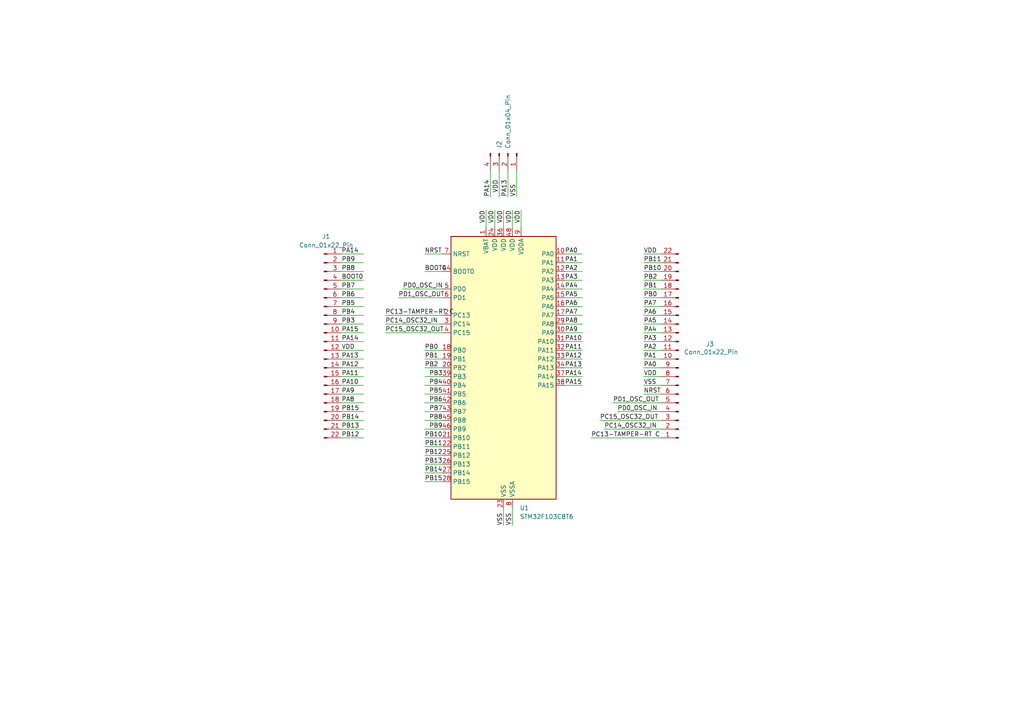
<source format=kicad_sch>
(kicad_sch
	(version 20250114)
	(generator "eeschema")
	(generator_version "9.0")
	(uuid "d90c59a4-8bc4-485a-988e-a09c5071934e")
	(paper "A4")
	(lib_symbols
		(symbol "Connector:Conn_01x04_Pin"
			(pin_names
				(offset 1.016)
				(hide yes)
			)
			(exclude_from_sim no)
			(in_bom yes)
			(on_board yes)
			(property "Reference" "J"
				(at 0 5.08 0)
				(effects
					(font
						(size 1.27 1.27)
					)
				)
			)
			(property "Value" "Conn_01x04_Pin"
				(at 0 -7.62 0)
				(effects
					(font
						(size 1.27 1.27)
					)
				)
			)
			(property "Footprint" ""
				(at 0 0 0)
				(effects
					(font
						(size 1.27 1.27)
					)
					(hide yes)
				)
			)
			(property "Datasheet" "~"
				(at 0 0 0)
				(effects
					(font
						(size 1.27 1.27)
					)
					(hide yes)
				)
			)
			(property "Description" "Generic connector, single row, 01x04, script generated"
				(at 0 0 0)
				(effects
					(font
						(size 1.27 1.27)
					)
					(hide yes)
				)
			)
			(property "ki_locked" ""
				(at 0 0 0)
				(effects
					(font
						(size 1.27 1.27)
					)
				)
			)
			(property "ki_keywords" "connector"
				(at 0 0 0)
				(effects
					(font
						(size 1.27 1.27)
					)
					(hide yes)
				)
			)
			(property "ki_fp_filters" "Connector*:*_1x??_*"
				(at 0 0 0)
				(effects
					(font
						(size 1.27 1.27)
					)
					(hide yes)
				)
			)
			(symbol "Conn_01x04_Pin_1_1"
				(rectangle
					(start 0.8636 2.667)
					(end 0 2.413)
					(stroke
						(width 0.1524)
						(type default)
					)
					(fill
						(type outline)
					)
				)
				(rectangle
					(start 0.8636 0.127)
					(end 0 -0.127)
					(stroke
						(width 0.1524)
						(type default)
					)
					(fill
						(type outline)
					)
				)
				(rectangle
					(start 0.8636 -2.413)
					(end 0 -2.667)
					(stroke
						(width 0.1524)
						(type default)
					)
					(fill
						(type outline)
					)
				)
				(rectangle
					(start 0.8636 -4.953)
					(end 0 -5.207)
					(stroke
						(width 0.1524)
						(type default)
					)
					(fill
						(type outline)
					)
				)
				(polyline
					(pts
						(xy 1.27 2.54) (xy 0.8636 2.54)
					)
					(stroke
						(width 0.1524)
						(type default)
					)
					(fill
						(type none)
					)
				)
				(polyline
					(pts
						(xy 1.27 0) (xy 0.8636 0)
					)
					(stroke
						(width 0.1524)
						(type default)
					)
					(fill
						(type none)
					)
				)
				(polyline
					(pts
						(xy 1.27 -2.54) (xy 0.8636 -2.54)
					)
					(stroke
						(width 0.1524)
						(type default)
					)
					(fill
						(type none)
					)
				)
				(polyline
					(pts
						(xy 1.27 -5.08) (xy 0.8636 -5.08)
					)
					(stroke
						(width 0.1524)
						(type default)
					)
					(fill
						(type none)
					)
				)
				(pin passive line
					(at 5.08 2.54 180)
					(length 3.81)
					(name "Pin_1"
						(effects
							(font
								(size 1.27 1.27)
							)
						)
					)
					(number "1"
						(effects
							(font
								(size 1.27 1.27)
							)
						)
					)
				)
				(pin passive line
					(at 5.08 0 180)
					(length 3.81)
					(name "Pin_2"
						(effects
							(font
								(size 1.27 1.27)
							)
						)
					)
					(number "2"
						(effects
							(font
								(size 1.27 1.27)
							)
						)
					)
				)
				(pin passive line
					(at 5.08 -2.54 180)
					(length 3.81)
					(name "Pin_3"
						(effects
							(font
								(size 1.27 1.27)
							)
						)
					)
					(number "3"
						(effects
							(font
								(size 1.27 1.27)
							)
						)
					)
				)
				(pin passive line
					(at 5.08 -5.08 180)
					(length 3.81)
					(name "Pin_4"
						(effects
							(font
								(size 1.27 1.27)
							)
						)
					)
					(number "4"
						(effects
							(font
								(size 1.27 1.27)
							)
						)
					)
				)
			)
			(embedded_fonts no)
		)
		(symbol "Connector:Conn_01x22_Pin"
			(pin_names
				(offset 1.016)
				(hide yes)
			)
			(exclude_from_sim no)
			(in_bom yes)
			(on_board yes)
			(property "Reference" "J"
				(at 0 27.94 0)
				(effects
					(font
						(size 1.27 1.27)
					)
				)
			)
			(property "Value" "Conn_01x22_Pin"
				(at 0 -30.48 0)
				(effects
					(font
						(size 1.27 1.27)
					)
				)
			)
			(property "Footprint" ""
				(at 0 0 0)
				(effects
					(font
						(size 1.27 1.27)
					)
					(hide yes)
				)
			)
			(property "Datasheet" "~"
				(at 0 0 0)
				(effects
					(font
						(size 1.27 1.27)
					)
					(hide yes)
				)
			)
			(property "Description" "Generic connector, single row, 01x22, script generated"
				(at 0 0 0)
				(effects
					(font
						(size 1.27 1.27)
					)
					(hide yes)
				)
			)
			(property "ki_locked" ""
				(at 0 0 0)
				(effects
					(font
						(size 1.27 1.27)
					)
				)
			)
			(property "ki_keywords" "connector"
				(at 0 0 0)
				(effects
					(font
						(size 1.27 1.27)
					)
					(hide yes)
				)
			)
			(property "ki_fp_filters" "Connector*:*_1x??_*"
				(at 0 0 0)
				(effects
					(font
						(size 1.27 1.27)
					)
					(hide yes)
				)
			)
			(symbol "Conn_01x22_Pin_1_1"
				(rectangle
					(start 0.8636 25.527)
					(end 0 25.273)
					(stroke
						(width 0.1524)
						(type default)
					)
					(fill
						(type outline)
					)
				)
				(rectangle
					(start 0.8636 22.987)
					(end 0 22.733)
					(stroke
						(width 0.1524)
						(type default)
					)
					(fill
						(type outline)
					)
				)
				(rectangle
					(start 0.8636 20.447)
					(end 0 20.193)
					(stroke
						(width 0.1524)
						(type default)
					)
					(fill
						(type outline)
					)
				)
				(rectangle
					(start 0.8636 17.907)
					(end 0 17.653)
					(stroke
						(width 0.1524)
						(type default)
					)
					(fill
						(type outline)
					)
				)
				(rectangle
					(start 0.8636 15.367)
					(end 0 15.113)
					(stroke
						(width 0.1524)
						(type default)
					)
					(fill
						(type outline)
					)
				)
				(rectangle
					(start 0.8636 12.827)
					(end 0 12.573)
					(stroke
						(width 0.1524)
						(type default)
					)
					(fill
						(type outline)
					)
				)
				(rectangle
					(start 0.8636 10.287)
					(end 0 10.033)
					(stroke
						(width 0.1524)
						(type default)
					)
					(fill
						(type outline)
					)
				)
				(rectangle
					(start 0.8636 7.747)
					(end 0 7.493)
					(stroke
						(width 0.1524)
						(type default)
					)
					(fill
						(type outline)
					)
				)
				(rectangle
					(start 0.8636 5.207)
					(end 0 4.953)
					(stroke
						(width 0.1524)
						(type default)
					)
					(fill
						(type outline)
					)
				)
				(rectangle
					(start 0.8636 2.667)
					(end 0 2.413)
					(stroke
						(width 0.1524)
						(type default)
					)
					(fill
						(type outline)
					)
				)
				(rectangle
					(start 0.8636 0.127)
					(end 0 -0.127)
					(stroke
						(width 0.1524)
						(type default)
					)
					(fill
						(type outline)
					)
				)
				(rectangle
					(start 0.8636 -2.413)
					(end 0 -2.667)
					(stroke
						(width 0.1524)
						(type default)
					)
					(fill
						(type outline)
					)
				)
				(rectangle
					(start 0.8636 -4.953)
					(end 0 -5.207)
					(stroke
						(width 0.1524)
						(type default)
					)
					(fill
						(type outline)
					)
				)
				(rectangle
					(start 0.8636 -7.493)
					(end 0 -7.747)
					(stroke
						(width 0.1524)
						(type default)
					)
					(fill
						(type outline)
					)
				)
				(rectangle
					(start 0.8636 -10.033)
					(end 0 -10.287)
					(stroke
						(width 0.1524)
						(type default)
					)
					(fill
						(type outline)
					)
				)
				(rectangle
					(start 0.8636 -12.573)
					(end 0 -12.827)
					(stroke
						(width 0.1524)
						(type default)
					)
					(fill
						(type outline)
					)
				)
				(rectangle
					(start 0.8636 -15.113)
					(end 0 -15.367)
					(stroke
						(width 0.1524)
						(type default)
					)
					(fill
						(type outline)
					)
				)
				(rectangle
					(start 0.8636 -17.653)
					(end 0 -17.907)
					(stroke
						(width 0.1524)
						(type default)
					)
					(fill
						(type outline)
					)
				)
				(rectangle
					(start 0.8636 -20.193)
					(end 0 -20.447)
					(stroke
						(width 0.1524)
						(type default)
					)
					(fill
						(type outline)
					)
				)
				(rectangle
					(start 0.8636 -22.733)
					(end 0 -22.987)
					(stroke
						(width 0.1524)
						(type default)
					)
					(fill
						(type outline)
					)
				)
				(rectangle
					(start 0.8636 -25.273)
					(end 0 -25.527)
					(stroke
						(width 0.1524)
						(type default)
					)
					(fill
						(type outline)
					)
				)
				(rectangle
					(start 0.8636 -27.813)
					(end 0 -28.067)
					(stroke
						(width 0.1524)
						(type default)
					)
					(fill
						(type outline)
					)
				)
				(polyline
					(pts
						(xy 1.27 25.4) (xy 0.8636 25.4)
					)
					(stroke
						(width 0.1524)
						(type default)
					)
					(fill
						(type none)
					)
				)
				(polyline
					(pts
						(xy 1.27 22.86) (xy 0.8636 22.86)
					)
					(stroke
						(width 0.1524)
						(type default)
					)
					(fill
						(type none)
					)
				)
				(polyline
					(pts
						(xy 1.27 20.32) (xy 0.8636 20.32)
					)
					(stroke
						(width 0.1524)
						(type default)
					)
					(fill
						(type none)
					)
				)
				(polyline
					(pts
						(xy 1.27 17.78) (xy 0.8636 17.78)
					)
					(stroke
						(width 0.1524)
						(type default)
					)
					(fill
						(type none)
					)
				)
				(polyline
					(pts
						(xy 1.27 15.24) (xy 0.8636 15.24)
					)
					(stroke
						(width 0.1524)
						(type default)
					)
					(fill
						(type none)
					)
				)
				(polyline
					(pts
						(xy 1.27 12.7) (xy 0.8636 12.7)
					)
					(stroke
						(width 0.1524)
						(type default)
					)
					(fill
						(type none)
					)
				)
				(polyline
					(pts
						(xy 1.27 10.16) (xy 0.8636 10.16)
					)
					(stroke
						(width 0.1524)
						(type default)
					)
					(fill
						(type none)
					)
				)
				(polyline
					(pts
						(xy 1.27 7.62) (xy 0.8636 7.62)
					)
					(stroke
						(width 0.1524)
						(type default)
					)
					(fill
						(type none)
					)
				)
				(polyline
					(pts
						(xy 1.27 5.08) (xy 0.8636 5.08)
					)
					(stroke
						(width 0.1524)
						(type default)
					)
					(fill
						(type none)
					)
				)
				(polyline
					(pts
						(xy 1.27 2.54) (xy 0.8636 2.54)
					)
					(stroke
						(width 0.1524)
						(type default)
					)
					(fill
						(type none)
					)
				)
				(polyline
					(pts
						(xy 1.27 0) (xy 0.8636 0)
					)
					(stroke
						(width 0.1524)
						(type default)
					)
					(fill
						(type none)
					)
				)
				(polyline
					(pts
						(xy 1.27 -2.54) (xy 0.8636 -2.54)
					)
					(stroke
						(width 0.1524)
						(type default)
					)
					(fill
						(type none)
					)
				)
				(polyline
					(pts
						(xy 1.27 -5.08) (xy 0.8636 -5.08)
					)
					(stroke
						(width 0.1524)
						(type default)
					)
					(fill
						(type none)
					)
				)
				(polyline
					(pts
						(xy 1.27 -7.62) (xy 0.8636 -7.62)
					)
					(stroke
						(width 0.1524)
						(type default)
					)
					(fill
						(type none)
					)
				)
				(polyline
					(pts
						(xy 1.27 -10.16) (xy 0.8636 -10.16)
					)
					(stroke
						(width 0.1524)
						(type default)
					)
					(fill
						(type none)
					)
				)
				(polyline
					(pts
						(xy 1.27 -12.7) (xy 0.8636 -12.7)
					)
					(stroke
						(width 0.1524)
						(type default)
					)
					(fill
						(type none)
					)
				)
				(polyline
					(pts
						(xy 1.27 -15.24) (xy 0.8636 -15.24)
					)
					(stroke
						(width 0.1524)
						(type default)
					)
					(fill
						(type none)
					)
				)
				(polyline
					(pts
						(xy 1.27 -17.78) (xy 0.8636 -17.78)
					)
					(stroke
						(width 0.1524)
						(type default)
					)
					(fill
						(type none)
					)
				)
				(polyline
					(pts
						(xy 1.27 -20.32) (xy 0.8636 -20.32)
					)
					(stroke
						(width 0.1524)
						(type default)
					)
					(fill
						(type none)
					)
				)
				(polyline
					(pts
						(xy 1.27 -22.86) (xy 0.8636 -22.86)
					)
					(stroke
						(width 0.1524)
						(type default)
					)
					(fill
						(type none)
					)
				)
				(polyline
					(pts
						(xy 1.27 -25.4) (xy 0.8636 -25.4)
					)
					(stroke
						(width 0.1524)
						(type default)
					)
					(fill
						(type none)
					)
				)
				(polyline
					(pts
						(xy 1.27 -27.94) (xy 0.8636 -27.94)
					)
					(stroke
						(width 0.1524)
						(type default)
					)
					(fill
						(type none)
					)
				)
				(pin passive line
					(at 5.08 25.4 180)
					(length 3.81)
					(name "Pin_1"
						(effects
							(font
								(size 1.27 1.27)
							)
						)
					)
					(number "1"
						(effects
							(font
								(size 1.27 1.27)
							)
						)
					)
				)
				(pin passive line
					(at 5.08 22.86 180)
					(length 3.81)
					(name "Pin_2"
						(effects
							(font
								(size 1.27 1.27)
							)
						)
					)
					(number "2"
						(effects
							(font
								(size 1.27 1.27)
							)
						)
					)
				)
				(pin passive line
					(at 5.08 20.32 180)
					(length 3.81)
					(name "Pin_3"
						(effects
							(font
								(size 1.27 1.27)
							)
						)
					)
					(number "3"
						(effects
							(font
								(size 1.27 1.27)
							)
						)
					)
				)
				(pin passive line
					(at 5.08 17.78 180)
					(length 3.81)
					(name "Pin_4"
						(effects
							(font
								(size 1.27 1.27)
							)
						)
					)
					(number "4"
						(effects
							(font
								(size 1.27 1.27)
							)
						)
					)
				)
				(pin passive line
					(at 5.08 15.24 180)
					(length 3.81)
					(name "Pin_5"
						(effects
							(font
								(size 1.27 1.27)
							)
						)
					)
					(number "5"
						(effects
							(font
								(size 1.27 1.27)
							)
						)
					)
				)
				(pin passive line
					(at 5.08 12.7 180)
					(length 3.81)
					(name "Pin_6"
						(effects
							(font
								(size 1.27 1.27)
							)
						)
					)
					(number "6"
						(effects
							(font
								(size 1.27 1.27)
							)
						)
					)
				)
				(pin passive line
					(at 5.08 10.16 180)
					(length 3.81)
					(name "Pin_7"
						(effects
							(font
								(size 1.27 1.27)
							)
						)
					)
					(number "7"
						(effects
							(font
								(size 1.27 1.27)
							)
						)
					)
				)
				(pin passive line
					(at 5.08 7.62 180)
					(length 3.81)
					(name "Pin_8"
						(effects
							(font
								(size 1.27 1.27)
							)
						)
					)
					(number "8"
						(effects
							(font
								(size 1.27 1.27)
							)
						)
					)
				)
				(pin passive line
					(at 5.08 5.08 180)
					(length 3.81)
					(name "Pin_9"
						(effects
							(font
								(size 1.27 1.27)
							)
						)
					)
					(number "9"
						(effects
							(font
								(size 1.27 1.27)
							)
						)
					)
				)
				(pin passive line
					(at 5.08 2.54 180)
					(length 3.81)
					(name "Pin_10"
						(effects
							(font
								(size 1.27 1.27)
							)
						)
					)
					(number "10"
						(effects
							(font
								(size 1.27 1.27)
							)
						)
					)
				)
				(pin passive line
					(at 5.08 0 180)
					(length 3.81)
					(name "Pin_11"
						(effects
							(font
								(size 1.27 1.27)
							)
						)
					)
					(number "11"
						(effects
							(font
								(size 1.27 1.27)
							)
						)
					)
				)
				(pin passive line
					(at 5.08 -2.54 180)
					(length 3.81)
					(name "Pin_12"
						(effects
							(font
								(size 1.27 1.27)
							)
						)
					)
					(number "12"
						(effects
							(font
								(size 1.27 1.27)
							)
						)
					)
				)
				(pin passive line
					(at 5.08 -5.08 180)
					(length 3.81)
					(name "Pin_13"
						(effects
							(font
								(size 1.27 1.27)
							)
						)
					)
					(number "13"
						(effects
							(font
								(size 1.27 1.27)
							)
						)
					)
				)
				(pin passive line
					(at 5.08 -7.62 180)
					(length 3.81)
					(name "Pin_14"
						(effects
							(font
								(size 1.27 1.27)
							)
						)
					)
					(number "14"
						(effects
							(font
								(size 1.27 1.27)
							)
						)
					)
				)
				(pin passive line
					(at 5.08 -10.16 180)
					(length 3.81)
					(name "Pin_15"
						(effects
							(font
								(size 1.27 1.27)
							)
						)
					)
					(number "15"
						(effects
							(font
								(size 1.27 1.27)
							)
						)
					)
				)
				(pin passive line
					(at 5.08 -12.7 180)
					(length 3.81)
					(name "Pin_16"
						(effects
							(font
								(size 1.27 1.27)
							)
						)
					)
					(number "16"
						(effects
							(font
								(size 1.27 1.27)
							)
						)
					)
				)
				(pin passive line
					(at 5.08 -15.24 180)
					(length 3.81)
					(name "Pin_17"
						(effects
							(font
								(size 1.27 1.27)
							)
						)
					)
					(number "17"
						(effects
							(font
								(size 1.27 1.27)
							)
						)
					)
				)
				(pin passive line
					(at 5.08 -17.78 180)
					(length 3.81)
					(name "Pin_18"
						(effects
							(font
								(size 1.27 1.27)
							)
						)
					)
					(number "18"
						(effects
							(font
								(size 1.27 1.27)
							)
						)
					)
				)
				(pin passive line
					(at 5.08 -20.32 180)
					(length 3.81)
					(name "Pin_19"
						(effects
							(font
								(size 1.27 1.27)
							)
						)
					)
					(number "19"
						(effects
							(font
								(size 1.27 1.27)
							)
						)
					)
				)
				(pin passive line
					(at 5.08 -22.86 180)
					(length 3.81)
					(name "Pin_20"
						(effects
							(font
								(size 1.27 1.27)
							)
						)
					)
					(number "20"
						(effects
							(font
								(size 1.27 1.27)
							)
						)
					)
				)
				(pin passive line
					(at 5.08 -25.4 180)
					(length 3.81)
					(name "Pin_21"
						(effects
							(font
								(size 1.27 1.27)
							)
						)
					)
					(number "21"
						(effects
							(font
								(size 1.27 1.27)
							)
						)
					)
				)
				(pin passive line
					(at 5.08 -27.94 180)
					(length 3.81)
					(name "Pin_22"
						(effects
							(font
								(size 1.27 1.27)
							)
						)
					)
					(number "22"
						(effects
							(font
								(size 1.27 1.27)
							)
						)
					)
				)
			)
			(embedded_fonts no)
		)
		(symbol "MCU_ST_STM32F1:STM32F103C8Tx"
			(exclude_from_sim no)
			(in_bom yes)
			(on_board yes)
			(property "Reference" "U"
				(at -15.24 39.37 0)
				(effects
					(font
						(size 1.27 1.27)
					)
					(justify left)
				)
			)
			(property "Value" "STM32F103C8Tx"
				(at 7.62 39.37 0)
				(effects
					(font
						(size 1.27 1.27)
					)
					(justify left)
				)
			)
			(property "Footprint" "Package_QFP:LQFP-48_7x7mm_P0.5mm"
				(at -15.24 -38.1 0)
				(effects
					(font
						(size 1.27 1.27)
					)
					(justify right)
					(hide yes)
				)
			)
			(property "Datasheet" "https://www.st.com/resource/en/datasheet/stm32f103c8.pdf"
				(at 0 0 0)
				(effects
					(font
						(size 1.27 1.27)
					)
					(hide yes)
				)
			)
			(property "Description" "STMicroelectronics Arm Cortex-M3 MCU, 64KB flash, 20KB RAM, 72 MHz, 2.0-3.6V, 37 GPIO, LQFP48"
				(at 0 0 0)
				(effects
					(font
						(size 1.27 1.27)
					)
					(hide yes)
				)
			)
			(property "ki_keywords" "Arm Cortex-M3 STM32F1 STM32F103"
				(at 0 0 0)
				(effects
					(font
						(size 1.27 1.27)
					)
					(hide yes)
				)
			)
			(property "ki_fp_filters" "LQFP*7x7mm*P0.5mm*"
				(at 0 0 0)
				(effects
					(font
						(size 1.27 1.27)
					)
					(hide yes)
				)
			)
			(symbol "STM32F103C8Tx_0_1"
				(rectangle
					(start -15.24 -38.1)
					(end 15.24 38.1)
					(stroke
						(width 0.254)
						(type default)
					)
					(fill
						(type background)
					)
				)
			)
			(symbol "STM32F103C8Tx_1_1"
				(pin input line
					(at -17.78 33.02 0)
					(length 2.54)
					(name "NRST"
						(effects
							(font
								(size 1.27 1.27)
							)
						)
					)
					(number "7"
						(effects
							(font
								(size 1.27 1.27)
							)
						)
					)
				)
				(pin input line
					(at -17.78 27.94 0)
					(length 2.54)
					(name "BOOT0"
						(effects
							(font
								(size 1.27 1.27)
							)
						)
					)
					(number "44"
						(effects
							(font
								(size 1.27 1.27)
							)
						)
					)
				)
				(pin bidirectional line
					(at -17.78 22.86 0)
					(length 2.54)
					(name "PD0"
						(effects
							(font
								(size 1.27 1.27)
							)
						)
					)
					(number "5"
						(effects
							(font
								(size 1.27 1.27)
							)
						)
					)
					(alternate "RCC_OSC_IN" bidirectional line)
				)
				(pin bidirectional line
					(at -17.78 20.32 0)
					(length 2.54)
					(name "PD1"
						(effects
							(font
								(size 1.27 1.27)
							)
						)
					)
					(number "6"
						(effects
							(font
								(size 1.27 1.27)
							)
						)
					)
					(alternate "RCC_OSC_OUT" bidirectional line)
				)
				(pin bidirectional line
					(at -17.78 15.24 0)
					(length 2.54)
					(name "PC13"
						(effects
							(font
								(size 1.27 1.27)
							)
						)
					)
					(number "2"
						(effects
							(font
								(size 1.27 1.27)
							)
						)
					)
					(alternate "RTC_OUT" bidirectional line)
					(alternate "RTC_TAMPER" bidirectional line)
				)
				(pin bidirectional line
					(at -17.78 12.7 0)
					(length 2.54)
					(name "PC14"
						(effects
							(font
								(size 1.27 1.27)
							)
						)
					)
					(number "3"
						(effects
							(font
								(size 1.27 1.27)
							)
						)
					)
					(alternate "RCC_OSC32_IN" bidirectional line)
				)
				(pin bidirectional line
					(at -17.78 10.16 0)
					(length 2.54)
					(name "PC15"
						(effects
							(font
								(size 1.27 1.27)
							)
						)
					)
					(number "4"
						(effects
							(font
								(size 1.27 1.27)
							)
						)
					)
					(alternate "ADC1_EXTI15" bidirectional line)
					(alternate "ADC2_EXTI15" bidirectional line)
					(alternate "RCC_OSC32_OUT" bidirectional line)
				)
				(pin bidirectional line
					(at -17.78 5.08 0)
					(length 2.54)
					(name "PB0"
						(effects
							(font
								(size 1.27 1.27)
							)
						)
					)
					(number "18"
						(effects
							(font
								(size 1.27 1.27)
							)
						)
					)
					(alternate "ADC1_IN8" bidirectional line)
					(alternate "ADC2_IN8" bidirectional line)
					(alternate "TIM1_CH2N" bidirectional line)
					(alternate "TIM3_CH3" bidirectional line)
				)
				(pin bidirectional line
					(at -17.78 2.54 0)
					(length 2.54)
					(name "PB1"
						(effects
							(font
								(size 1.27 1.27)
							)
						)
					)
					(number "19"
						(effects
							(font
								(size 1.27 1.27)
							)
						)
					)
					(alternate "ADC1_IN9" bidirectional line)
					(alternate "ADC2_IN9" bidirectional line)
					(alternate "TIM1_CH3N" bidirectional line)
					(alternate "TIM3_CH4" bidirectional line)
				)
				(pin bidirectional line
					(at -17.78 0 0)
					(length 2.54)
					(name "PB2"
						(effects
							(font
								(size 1.27 1.27)
							)
						)
					)
					(number "20"
						(effects
							(font
								(size 1.27 1.27)
							)
						)
					)
				)
				(pin bidirectional line
					(at -17.78 -2.54 0)
					(length 2.54)
					(name "PB3"
						(effects
							(font
								(size 1.27 1.27)
							)
						)
					)
					(number "39"
						(effects
							(font
								(size 1.27 1.27)
							)
						)
					)
					(alternate "SPI1_SCK" bidirectional line)
					(alternate "SYS_JTDO-TRACESWO" bidirectional line)
					(alternate "TIM2_CH2" bidirectional line)
				)
				(pin bidirectional line
					(at -17.78 -5.08 0)
					(length 2.54)
					(name "PB4"
						(effects
							(font
								(size 1.27 1.27)
							)
						)
					)
					(number "40"
						(effects
							(font
								(size 1.27 1.27)
							)
						)
					)
					(alternate "SPI1_MISO" bidirectional line)
					(alternate "SYS_NJTRST" bidirectional line)
					(alternate "TIM3_CH1" bidirectional line)
				)
				(pin bidirectional line
					(at -17.78 -7.62 0)
					(length 2.54)
					(name "PB5"
						(effects
							(font
								(size 1.27 1.27)
							)
						)
					)
					(number "41"
						(effects
							(font
								(size 1.27 1.27)
							)
						)
					)
					(alternate "I2C1_SMBA" bidirectional line)
					(alternate "SPI1_MOSI" bidirectional line)
					(alternate "TIM3_CH2" bidirectional line)
				)
				(pin bidirectional line
					(at -17.78 -10.16 0)
					(length 2.54)
					(name "PB6"
						(effects
							(font
								(size 1.27 1.27)
							)
						)
					)
					(number "42"
						(effects
							(font
								(size 1.27 1.27)
							)
						)
					)
					(alternate "I2C1_SCL" bidirectional line)
					(alternate "TIM4_CH1" bidirectional line)
					(alternate "USART1_TX" bidirectional line)
				)
				(pin bidirectional line
					(at -17.78 -12.7 0)
					(length 2.54)
					(name "PB7"
						(effects
							(font
								(size 1.27 1.27)
							)
						)
					)
					(number "43"
						(effects
							(font
								(size 1.27 1.27)
							)
						)
					)
					(alternate "I2C1_SDA" bidirectional line)
					(alternate "TIM4_CH2" bidirectional line)
					(alternate "USART1_RX" bidirectional line)
				)
				(pin bidirectional line
					(at -17.78 -15.24 0)
					(length 2.54)
					(name "PB8"
						(effects
							(font
								(size 1.27 1.27)
							)
						)
					)
					(number "45"
						(effects
							(font
								(size 1.27 1.27)
							)
						)
					)
					(alternate "CAN_RX" bidirectional line)
					(alternate "I2C1_SCL" bidirectional line)
					(alternate "TIM4_CH3" bidirectional line)
				)
				(pin bidirectional line
					(at -17.78 -17.78 0)
					(length 2.54)
					(name "PB9"
						(effects
							(font
								(size 1.27 1.27)
							)
						)
					)
					(number "46"
						(effects
							(font
								(size 1.27 1.27)
							)
						)
					)
					(alternate "CAN_TX" bidirectional line)
					(alternate "I2C1_SDA" bidirectional line)
					(alternate "TIM4_CH4" bidirectional line)
				)
				(pin bidirectional line
					(at -17.78 -20.32 0)
					(length 2.54)
					(name "PB10"
						(effects
							(font
								(size 1.27 1.27)
							)
						)
					)
					(number "21"
						(effects
							(font
								(size 1.27 1.27)
							)
						)
					)
					(alternate "I2C2_SCL" bidirectional line)
					(alternate "TIM2_CH3" bidirectional line)
					(alternate "USART3_TX" bidirectional line)
				)
				(pin bidirectional line
					(at -17.78 -22.86 0)
					(length 2.54)
					(name "PB11"
						(effects
							(font
								(size 1.27 1.27)
							)
						)
					)
					(number "22"
						(effects
							(font
								(size 1.27 1.27)
							)
						)
					)
					(alternate "ADC1_EXTI11" bidirectional line)
					(alternate "ADC2_EXTI11" bidirectional line)
					(alternate "I2C2_SDA" bidirectional line)
					(alternate "TIM2_CH4" bidirectional line)
					(alternate "USART3_RX" bidirectional line)
				)
				(pin bidirectional line
					(at -17.78 -25.4 0)
					(length 2.54)
					(name "PB12"
						(effects
							(font
								(size 1.27 1.27)
							)
						)
					)
					(number "25"
						(effects
							(font
								(size 1.27 1.27)
							)
						)
					)
					(alternate "I2C2_SMBA" bidirectional line)
					(alternate "SPI2_NSS" bidirectional line)
					(alternate "TIM1_BKIN" bidirectional line)
					(alternate "USART3_CK" bidirectional line)
				)
				(pin bidirectional line
					(at -17.78 -27.94 0)
					(length 2.54)
					(name "PB13"
						(effects
							(font
								(size 1.27 1.27)
							)
						)
					)
					(number "26"
						(effects
							(font
								(size 1.27 1.27)
							)
						)
					)
					(alternate "SPI2_SCK" bidirectional line)
					(alternate "TIM1_CH1N" bidirectional line)
					(alternate "USART3_CTS" bidirectional line)
				)
				(pin bidirectional line
					(at -17.78 -30.48 0)
					(length 2.54)
					(name "PB14"
						(effects
							(font
								(size 1.27 1.27)
							)
						)
					)
					(number "27"
						(effects
							(font
								(size 1.27 1.27)
							)
						)
					)
					(alternate "SPI2_MISO" bidirectional line)
					(alternate "TIM1_CH2N" bidirectional line)
					(alternate "USART3_RTS" bidirectional line)
				)
				(pin bidirectional line
					(at -17.78 -33.02 0)
					(length 2.54)
					(name "PB15"
						(effects
							(font
								(size 1.27 1.27)
							)
						)
					)
					(number "28"
						(effects
							(font
								(size 1.27 1.27)
							)
						)
					)
					(alternate "ADC1_EXTI15" bidirectional line)
					(alternate "ADC2_EXTI15" bidirectional line)
					(alternate "SPI2_MOSI" bidirectional line)
					(alternate "TIM1_CH3N" bidirectional line)
				)
				(pin power_in line
					(at -5.08 40.64 270)
					(length 2.54)
					(name "VBAT"
						(effects
							(font
								(size 1.27 1.27)
							)
						)
					)
					(number "1"
						(effects
							(font
								(size 1.27 1.27)
							)
						)
					)
				)
				(pin power_in line
					(at -2.54 40.64 270)
					(length 2.54)
					(name "VDD"
						(effects
							(font
								(size 1.27 1.27)
							)
						)
					)
					(number "24"
						(effects
							(font
								(size 1.27 1.27)
							)
						)
					)
				)
				(pin power_in line
					(at 0 40.64 270)
					(length 2.54)
					(name "VDD"
						(effects
							(font
								(size 1.27 1.27)
							)
						)
					)
					(number "36"
						(effects
							(font
								(size 1.27 1.27)
							)
						)
					)
				)
				(pin power_in line
					(at 0 -40.64 90)
					(length 2.54)
					(name "VSS"
						(effects
							(font
								(size 1.27 1.27)
							)
						)
					)
					(number "23"
						(effects
							(font
								(size 1.27 1.27)
							)
						)
					)
				)
				(pin passive line
					(at 0 -40.64 90)
					(length 2.54)
					(hide yes)
					(name "VSS"
						(effects
							(font
								(size 1.27 1.27)
							)
						)
					)
					(number "35"
						(effects
							(font
								(size 1.27 1.27)
							)
						)
					)
				)
				(pin passive line
					(at 0 -40.64 90)
					(length 2.54)
					(hide yes)
					(name "VSS"
						(effects
							(font
								(size 1.27 1.27)
							)
						)
					)
					(number "47"
						(effects
							(font
								(size 1.27 1.27)
							)
						)
					)
				)
				(pin power_in line
					(at 2.54 40.64 270)
					(length 2.54)
					(name "VDD"
						(effects
							(font
								(size 1.27 1.27)
							)
						)
					)
					(number "48"
						(effects
							(font
								(size 1.27 1.27)
							)
						)
					)
				)
				(pin power_in line
					(at 2.54 -40.64 90)
					(length 2.54)
					(name "VSSA"
						(effects
							(font
								(size 1.27 1.27)
							)
						)
					)
					(number "8"
						(effects
							(font
								(size 1.27 1.27)
							)
						)
					)
				)
				(pin power_in line
					(at 5.08 40.64 270)
					(length 2.54)
					(name "VDDA"
						(effects
							(font
								(size 1.27 1.27)
							)
						)
					)
					(number "9"
						(effects
							(font
								(size 1.27 1.27)
							)
						)
					)
				)
				(pin bidirectional line
					(at 17.78 33.02 180)
					(length 2.54)
					(name "PA0"
						(effects
							(font
								(size 1.27 1.27)
							)
						)
					)
					(number "10"
						(effects
							(font
								(size 1.27 1.27)
							)
						)
					)
					(alternate "ADC1_IN0" bidirectional line)
					(alternate "ADC2_IN0" bidirectional line)
					(alternate "SYS_WKUP" bidirectional line)
					(alternate "TIM2_CH1" bidirectional line)
					(alternate "TIM2_ETR" bidirectional line)
					(alternate "USART2_CTS" bidirectional line)
				)
				(pin bidirectional line
					(at 17.78 30.48 180)
					(length 2.54)
					(name "PA1"
						(effects
							(font
								(size 1.27 1.27)
							)
						)
					)
					(number "11"
						(effects
							(font
								(size 1.27 1.27)
							)
						)
					)
					(alternate "ADC1_IN1" bidirectional line)
					(alternate "ADC2_IN1" bidirectional line)
					(alternate "TIM2_CH2" bidirectional line)
					(alternate "USART2_RTS" bidirectional line)
				)
				(pin bidirectional line
					(at 17.78 27.94 180)
					(length 2.54)
					(name "PA2"
						(effects
							(font
								(size 1.27 1.27)
							)
						)
					)
					(number "12"
						(effects
							(font
								(size 1.27 1.27)
							)
						)
					)
					(alternate "ADC1_IN2" bidirectional line)
					(alternate "ADC2_IN2" bidirectional line)
					(alternate "TIM2_CH3" bidirectional line)
					(alternate "USART2_TX" bidirectional line)
				)
				(pin bidirectional line
					(at 17.78 25.4 180)
					(length 2.54)
					(name "PA3"
						(effects
							(font
								(size 1.27 1.27)
							)
						)
					)
					(number "13"
						(effects
							(font
								(size 1.27 1.27)
							)
						)
					)
					(alternate "ADC1_IN3" bidirectional line)
					(alternate "ADC2_IN3" bidirectional line)
					(alternate "TIM2_CH4" bidirectional line)
					(alternate "USART2_RX" bidirectional line)
				)
				(pin bidirectional line
					(at 17.78 22.86 180)
					(length 2.54)
					(name "PA4"
						(effects
							(font
								(size 1.27 1.27)
							)
						)
					)
					(number "14"
						(effects
							(font
								(size 1.27 1.27)
							)
						)
					)
					(alternate "ADC1_IN4" bidirectional line)
					(alternate "ADC2_IN4" bidirectional line)
					(alternate "SPI1_NSS" bidirectional line)
					(alternate "USART2_CK" bidirectional line)
				)
				(pin bidirectional line
					(at 17.78 20.32 180)
					(length 2.54)
					(name "PA5"
						(effects
							(font
								(size 1.27 1.27)
							)
						)
					)
					(number "15"
						(effects
							(font
								(size 1.27 1.27)
							)
						)
					)
					(alternate "ADC1_IN5" bidirectional line)
					(alternate "ADC2_IN5" bidirectional line)
					(alternate "SPI1_SCK" bidirectional line)
				)
				(pin bidirectional line
					(at 17.78 17.78 180)
					(length 2.54)
					(name "PA6"
						(effects
							(font
								(size 1.27 1.27)
							)
						)
					)
					(number "16"
						(effects
							(font
								(size 1.27 1.27)
							)
						)
					)
					(alternate "ADC1_IN6" bidirectional line)
					(alternate "ADC2_IN6" bidirectional line)
					(alternate "SPI1_MISO" bidirectional line)
					(alternate "TIM1_BKIN" bidirectional line)
					(alternate "TIM3_CH1" bidirectional line)
				)
				(pin bidirectional line
					(at 17.78 15.24 180)
					(length 2.54)
					(name "PA7"
						(effects
							(font
								(size 1.27 1.27)
							)
						)
					)
					(number "17"
						(effects
							(font
								(size 1.27 1.27)
							)
						)
					)
					(alternate "ADC1_IN7" bidirectional line)
					(alternate "ADC2_IN7" bidirectional line)
					(alternate "SPI1_MOSI" bidirectional line)
					(alternate "TIM1_CH1N" bidirectional line)
					(alternate "TIM3_CH2" bidirectional line)
				)
				(pin bidirectional line
					(at 17.78 12.7 180)
					(length 2.54)
					(name "PA8"
						(effects
							(font
								(size 1.27 1.27)
							)
						)
					)
					(number "29"
						(effects
							(font
								(size 1.27 1.27)
							)
						)
					)
					(alternate "RCC_MCO" bidirectional line)
					(alternate "TIM1_CH1" bidirectional line)
					(alternate "USART1_CK" bidirectional line)
				)
				(pin bidirectional line
					(at 17.78 10.16 180)
					(length 2.54)
					(name "PA9"
						(effects
							(font
								(size 1.27 1.27)
							)
						)
					)
					(number "30"
						(effects
							(font
								(size 1.27 1.27)
							)
						)
					)
					(alternate "TIM1_CH2" bidirectional line)
					(alternate "USART1_TX" bidirectional line)
				)
				(pin bidirectional line
					(at 17.78 7.62 180)
					(length 2.54)
					(name "PA10"
						(effects
							(font
								(size 1.27 1.27)
							)
						)
					)
					(number "31"
						(effects
							(font
								(size 1.27 1.27)
							)
						)
					)
					(alternate "TIM1_CH3" bidirectional line)
					(alternate "USART1_RX" bidirectional line)
				)
				(pin bidirectional line
					(at 17.78 5.08 180)
					(length 2.54)
					(name "PA11"
						(effects
							(font
								(size 1.27 1.27)
							)
						)
					)
					(number "32"
						(effects
							(font
								(size 1.27 1.27)
							)
						)
					)
					(alternate "ADC1_EXTI11" bidirectional line)
					(alternate "ADC2_EXTI11" bidirectional line)
					(alternate "CAN_RX" bidirectional line)
					(alternate "TIM1_CH4" bidirectional line)
					(alternate "USART1_CTS" bidirectional line)
					(alternate "USB_DM" bidirectional line)
				)
				(pin bidirectional line
					(at 17.78 2.54 180)
					(length 2.54)
					(name "PA12"
						(effects
							(font
								(size 1.27 1.27)
							)
						)
					)
					(number "33"
						(effects
							(font
								(size 1.27 1.27)
							)
						)
					)
					(alternate "CAN_TX" bidirectional line)
					(alternate "TIM1_ETR" bidirectional line)
					(alternate "USART1_RTS" bidirectional line)
					(alternate "USB_DP" bidirectional line)
				)
				(pin bidirectional line
					(at 17.78 0 180)
					(length 2.54)
					(name "PA13"
						(effects
							(font
								(size 1.27 1.27)
							)
						)
					)
					(number "34"
						(effects
							(font
								(size 1.27 1.27)
							)
						)
					)
					(alternate "SYS_JTMS-SWDIO" bidirectional line)
				)
				(pin bidirectional line
					(at 17.78 -2.54 180)
					(length 2.54)
					(name "PA14"
						(effects
							(font
								(size 1.27 1.27)
							)
						)
					)
					(number "37"
						(effects
							(font
								(size 1.27 1.27)
							)
						)
					)
					(alternate "SYS_JTCK-SWCLK" bidirectional line)
				)
				(pin bidirectional line
					(at 17.78 -5.08 180)
					(length 2.54)
					(name "PA15"
						(effects
							(font
								(size 1.27 1.27)
							)
						)
					)
					(number "38"
						(effects
							(font
								(size 1.27 1.27)
							)
						)
					)
					(alternate "ADC1_EXTI15" bidirectional line)
					(alternate "ADC2_EXTI15" bidirectional line)
					(alternate "SPI1_NSS" bidirectional line)
					(alternate "SYS_JTDI" bidirectional line)
					(alternate "TIM2_CH1" bidirectional line)
					(alternate "TIM2_ETR" bidirectional line)
				)
			)
			(embedded_fonts no)
		)
	)
	(wire
		(pts
			(xy 123.19 109.22) (xy 128.27 109.22)
		)
		(stroke
			(width 0)
			(type default)
		)
		(uuid "036bb48a-36f7-4168-91e6-3f3f755e6cad")
	)
	(wire
		(pts
			(xy 163.83 83.82) (xy 168.91 83.82)
		)
		(stroke
			(width 0)
			(type default)
		)
		(uuid "03d4af62-0a7a-412c-b22f-0fe9183e3b92")
	)
	(wire
		(pts
			(xy 123.19 124.46) (xy 128.27 124.46)
		)
		(stroke
			(width 0)
			(type default)
		)
		(uuid "07672769-84c6-4a62-9d5c-4cbe9b5306f7")
	)
	(wire
		(pts
			(xy 123.19 116.84) (xy 128.27 116.84)
		)
		(stroke
			(width 0)
			(type default)
		)
		(uuid "0c4ab205-6dc0-47b1-9ef5-27a0835fff04")
	)
	(wire
		(pts
			(xy 163.83 88.9) (xy 168.91 88.9)
		)
		(stroke
			(width 0)
			(type default)
		)
		(uuid "11c946aa-0b16-40a2-b13a-b90388de6185")
	)
	(wire
		(pts
			(xy 123.19 104.14) (xy 128.27 104.14)
		)
		(stroke
			(width 0)
			(type default)
		)
		(uuid "17fc65d9-79d7-43de-a21d-a43b4c21cafd")
	)
	(wire
		(pts
			(xy 116.84 83.82) (xy 128.27 83.82)
		)
		(stroke
			(width 0)
			(type default)
		)
		(uuid "189da971-e60b-4cbe-8517-1a70f673de7d")
	)
	(wire
		(pts
			(xy 123.19 137.16) (xy 128.27 137.16)
		)
		(stroke
			(width 0)
			(type default)
		)
		(uuid "21af5b1a-2fb1-4c3d-9f3c-1f03d12a0437")
	)
	(wire
		(pts
			(xy 115.57 86.36) (xy 128.27 86.36)
		)
		(stroke
			(width 0)
			(type default)
		)
		(uuid "25dca992-75bd-4e91-a7bd-7615bbcd21d7")
	)
	(wire
		(pts
			(xy 123.19 121.92) (xy 128.27 121.92)
		)
		(stroke
			(width 0)
			(type default)
		)
		(uuid "280a53c0-1412-41fd-a029-24a04c9012c5")
	)
	(wire
		(pts
			(xy 175.26 124.46) (xy 191.77 124.46)
		)
		(stroke
			(width 0)
			(type default)
		)
		(uuid "2c2f5a80-7f45-43ee-a4c8-8d71009a15de")
	)
	(wire
		(pts
			(xy 186.69 91.44) (xy 191.77 91.44)
		)
		(stroke
			(width 0)
			(type default)
		)
		(uuid "2c67a87e-7748-46c2-bda2-a301f5b09449")
	)
	(wire
		(pts
			(xy 163.83 104.14) (xy 168.91 104.14)
		)
		(stroke
			(width 0)
			(type default)
		)
		(uuid "2ea2f71a-84db-4447-82f4-c416d6d27bdb")
	)
	(wire
		(pts
			(xy 99.06 73.66) (xy 105.41 73.66)
		)
		(stroke
			(width 0)
			(type default)
		)
		(uuid "30a21f54-c12a-4a36-a3b5-88663825ef98")
	)
	(wire
		(pts
			(xy 151.13 60.96) (xy 151.13 66.04)
		)
		(stroke
			(width 0)
			(type default)
		)
		(uuid "312ec9ca-02bb-453a-b642-0795463be8ce")
	)
	(wire
		(pts
			(xy 123.19 132.08) (xy 128.27 132.08)
		)
		(stroke
			(width 0)
			(type default)
		)
		(uuid "338d4293-8d90-4493-9747-0f7bb7fa5b1e")
	)
	(wire
		(pts
			(xy 186.69 73.66) (xy 191.77 73.66)
		)
		(stroke
			(width 0)
			(type default)
		)
		(uuid "37f33cfd-b9fa-45a0-9d1e-6c8dc7f8478a")
	)
	(wire
		(pts
			(xy 123.19 101.6) (xy 128.27 101.6)
		)
		(stroke
			(width 0)
			(type default)
		)
		(uuid "3a4140c3-f91b-462b-8256-4fab23720944")
	)
	(wire
		(pts
			(xy 123.19 134.62) (xy 128.27 134.62)
		)
		(stroke
			(width 0)
			(type default)
		)
		(uuid "41abe79b-d341-4ae0-af83-362d54668322")
	)
	(wire
		(pts
			(xy 163.83 96.52) (xy 168.91 96.52)
		)
		(stroke
			(width 0)
			(type default)
		)
		(uuid "4214e2ed-c12e-42ae-9a04-8b66d789efb5")
	)
	(wire
		(pts
			(xy 177.8 116.84) (xy 191.77 116.84)
		)
		(stroke
			(width 0)
			(type default)
		)
		(uuid "423c6c80-9af7-41d3-8ec4-0321cd1b77ab")
	)
	(wire
		(pts
			(xy 148.59 60.96) (xy 148.59 66.04)
		)
		(stroke
			(width 0)
			(type default)
		)
		(uuid "45f854ec-7163-4cfe-95c1-43db82462fce")
	)
	(wire
		(pts
			(xy 186.69 104.14) (xy 191.77 104.14)
		)
		(stroke
			(width 0)
			(type default)
		)
		(uuid "48264bc0-a0f4-496f-be4f-56e0f196d1af")
	)
	(wire
		(pts
			(xy 140.97 60.96) (xy 140.97 66.04)
		)
		(stroke
			(width 0)
			(type default)
		)
		(uuid "4bd29033-ade9-4fbd-96a5-baf69fe416c7")
	)
	(wire
		(pts
			(xy 179.07 119.38) (xy 191.77 119.38)
		)
		(stroke
			(width 0)
			(type default)
		)
		(uuid "4f6d3d1c-637e-487b-8c69-ab7f44dda18b")
	)
	(wire
		(pts
			(xy 186.69 106.68) (xy 191.77 106.68)
		)
		(stroke
			(width 0)
			(type default)
		)
		(uuid "520fa91d-e62f-49a5-867f-314a5842de87")
	)
	(wire
		(pts
			(xy 123.19 119.38) (xy 128.27 119.38)
		)
		(stroke
			(width 0)
			(type default)
		)
		(uuid "5230c7f7-7b7a-4c67-86e0-b3514ed5aeaf")
	)
	(wire
		(pts
			(xy 99.06 91.44) (xy 105.41 91.44)
		)
		(stroke
			(width 0)
			(type default)
		)
		(uuid "52488fa9-798e-4b05-8e0f-47ecf845b912")
	)
	(wire
		(pts
			(xy 123.19 73.66) (xy 128.27 73.66)
		)
		(stroke
			(width 0)
			(type default)
		)
		(uuid "5449876a-fba9-4946-b45d-074110e4e874")
	)
	(wire
		(pts
			(xy 186.69 109.22) (xy 191.77 109.22)
		)
		(stroke
			(width 0)
			(type default)
		)
		(uuid "54712947-e174-40ed-bdd7-6c283c1b5f21")
	)
	(wire
		(pts
			(xy 99.06 96.52) (xy 105.41 96.52)
		)
		(stroke
			(width 0)
			(type default)
		)
		(uuid "5e4933f1-5721-430b-b48b-21967ef0ba04")
	)
	(wire
		(pts
			(xy 186.69 86.36) (xy 191.77 86.36)
		)
		(stroke
			(width 0)
			(type default)
		)
		(uuid "5e8b9efa-99f6-46c7-890a-bdc9a2750ce3")
	)
	(wire
		(pts
			(xy 99.06 101.6) (xy 105.41 101.6)
		)
		(stroke
			(width 0)
			(type default)
		)
		(uuid "628fc03a-bec0-48f0-8453-ded2c6fb1745")
	)
	(wire
		(pts
			(xy 148.59 147.32) (xy 148.59 152.4)
		)
		(stroke
			(width 0)
			(type default)
		)
		(uuid "6635d15c-b38c-48b2-b99f-c8f662625b5b")
	)
	(wire
		(pts
			(xy 99.06 106.68) (xy 105.41 106.68)
		)
		(stroke
			(width 0)
			(type default)
		)
		(uuid "673f6994-3e41-49d3-aa48-62d49fdad444")
	)
	(wire
		(pts
			(xy 163.83 86.36) (xy 168.91 86.36)
		)
		(stroke
			(width 0)
			(type default)
		)
		(uuid "684f9775-6459-45ed-88cb-3a3b348fa4a7")
	)
	(wire
		(pts
			(xy 163.83 76.2) (xy 168.91 76.2)
		)
		(stroke
			(width 0)
			(type default)
		)
		(uuid "691d18ff-d903-460d-b24e-d76e2b434119")
	)
	(wire
		(pts
			(xy 99.06 88.9) (xy 105.41 88.9)
		)
		(stroke
			(width 0)
			(type default)
		)
		(uuid "69655fed-14ed-470a-966c-a06e14586402")
	)
	(wire
		(pts
			(xy 173.99 121.92) (xy 191.77 121.92)
		)
		(stroke
			(width 0)
			(type default)
		)
		(uuid "698a45f7-5adc-46bd-adf9-e4a6953eda4a")
	)
	(wire
		(pts
			(xy 123.19 139.7) (xy 128.27 139.7)
		)
		(stroke
			(width 0)
			(type default)
		)
		(uuid "6e84a2e8-ef50-4fd6-974c-c21538477842")
	)
	(wire
		(pts
			(xy 146.05 147.32) (xy 146.05 152.4)
		)
		(stroke
			(width 0)
			(type default)
		)
		(uuid "6f0d199a-9627-4be9-9ada-50d236622704")
	)
	(wire
		(pts
			(xy 143.51 60.96) (xy 143.51 66.04)
		)
		(stroke
			(width 0)
			(type default)
		)
		(uuid "74bbdbad-3fd1-42fd-b9f7-b24acdcc60c1")
	)
	(wire
		(pts
			(xy 186.69 111.76) (xy 191.77 111.76)
		)
		(stroke
			(width 0)
			(type default)
		)
		(uuid "75abb1f6-a413-4156-a218-de0f6e5f430e")
	)
	(wire
		(pts
			(xy 99.06 76.2) (xy 105.41 76.2)
		)
		(stroke
			(width 0)
			(type default)
		)
		(uuid "7849c077-409b-4083-b686-97693209c157")
	)
	(wire
		(pts
			(xy 163.83 99.06) (xy 168.91 99.06)
		)
		(stroke
			(width 0)
			(type default)
		)
		(uuid "7873a588-a606-4e84-839a-d3cbd4dca6f5")
	)
	(wire
		(pts
			(xy 186.69 101.6) (xy 191.77 101.6)
		)
		(stroke
			(width 0)
			(type default)
		)
		(uuid "7934b500-6183-4bc4-aff7-050565862de3")
	)
	(wire
		(pts
			(xy 99.06 83.82) (xy 105.41 83.82)
		)
		(stroke
			(width 0)
			(type default)
		)
		(uuid "7b025cb2-bea4-4341-bbc7-fad27970111f")
	)
	(wire
		(pts
			(xy 99.06 116.84) (xy 105.41 116.84)
		)
		(stroke
			(width 0)
			(type default)
		)
		(uuid "84616d19-35d2-4be6-85b4-83d811dd2526")
	)
	(wire
		(pts
			(xy 123.19 129.54) (xy 128.27 129.54)
		)
		(stroke
			(width 0)
			(type default)
		)
		(uuid "85f82a7f-efb6-45c3-9463-d2a174335fe1")
	)
	(wire
		(pts
			(xy 99.06 114.3) (xy 105.41 114.3)
		)
		(stroke
			(width 0)
			(type default)
		)
		(uuid "87a155b8-f4b7-4844-bc03-ebd772580409")
	)
	(wire
		(pts
			(xy 186.69 83.82) (xy 191.77 83.82)
		)
		(stroke
			(width 0)
			(type default)
		)
		(uuid "8affb89c-c3f9-49c0-a215-281cec4f6db4")
	)
	(wire
		(pts
			(xy 186.69 76.2) (xy 191.77 76.2)
		)
		(stroke
			(width 0)
			(type default)
		)
		(uuid "8b3ec58b-b97c-46ee-9f90-d3febbc42c1f")
	)
	(wire
		(pts
			(xy 111.76 91.44) (xy 128.27 91.44)
		)
		(stroke
			(width 0)
			(type default)
		)
		(uuid "8c6b7174-0699-466d-955e-03dce2aba4c5")
	)
	(wire
		(pts
			(xy 186.69 114.3) (xy 191.77 114.3)
		)
		(stroke
			(width 0)
			(type default)
		)
		(uuid "8e19df1f-f1f0-4d53-b867-f719e139cbf1")
	)
	(wire
		(pts
			(xy 123.19 78.74) (xy 128.27 78.74)
		)
		(stroke
			(width 0)
			(type default)
		)
		(uuid "91df815f-f24d-479b-9e81-56c778bedf64")
	)
	(wire
		(pts
			(xy 99.06 99.06) (xy 105.41 99.06)
		)
		(stroke
			(width 0)
			(type default)
		)
		(uuid "9344703e-2782-44c1-a1dd-84ce0fe138b4")
	)
	(wire
		(pts
			(xy 163.83 93.98) (xy 168.91 93.98)
		)
		(stroke
			(width 0)
			(type default)
		)
		(uuid "93fac4db-65d5-4a7f-9698-19190bdb86f7")
	)
	(wire
		(pts
			(xy 186.69 93.98) (xy 191.77 93.98)
		)
		(stroke
			(width 0)
			(type default)
		)
		(uuid "9411aade-6fd2-49bf-986a-c3451ed945e3")
	)
	(wire
		(pts
			(xy 163.83 81.28) (xy 168.91 81.28)
		)
		(stroke
			(width 0)
			(type default)
		)
		(uuid "9d5653d4-b9ae-44f7-95f8-e145d83adc7a")
	)
	(wire
		(pts
			(xy 99.06 124.46) (xy 105.41 124.46)
		)
		(stroke
			(width 0)
			(type default)
		)
		(uuid "9fb52966-b62b-45b0-b18d-179ca9b8b0ab")
	)
	(wire
		(pts
			(xy 144.78 49.53) (xy 144.78 57.15)
		)
		(stroke
			(width 0)
			(type default)
		)
		(uuid "a1ad8db8-dfcb-4046-aae8-155ea40f13ec")
	)
	(wire
		(pts
			(xy 186.69 81.28) (xy 191.77 81.28)
		)
		(stroke
			(width 0)
			(type default)
		)
		(uuid "a1ae9cf5-53bd-4bea-95fc-2a4d14b4c76f")
	)
	(wire
		(pts
			(xy 163.83 78.74) (xy 168.91 78.74)
		)
		(stroke
			(width 0)
			(type default)
		)
		(uuid "a300f5f3-9607-43e9-b02d-c7da302de00f")
	)
	(wire
		(pts
			(xy 99.06 127) (xy 105.41 127)
		)
		(stroke
			(width 0)
			(type default)
		)
		(uuid "a31727cc-fce3-4c7e-be1c-8f502f708ca4")
	)
	(wire
		(pts
			(xy 186.69 88.9) (xy 191.77 88.9)
		)
		(stroke
			(width 0)
			(type default)
		)
		(uuid "ae47e39f-152c-4140-9d8a-46dd5cafdef5")
	)
	(wire
		(pts
			(xy 99.06 104.14) (xy 105.41 104.14)
		)
		(stroke
			(width 0)
			(type default)
		)
		(uuid "af18e139-ef89-4e25-a8dc-5b67b8c496f0")
	)
	(wire
		(pts
			(xy 99.06 81.28) (xy 105.41 81.28)
		)
		(stroke
			(width 0)
			(type default)
		)
		(uuid "b43d8813-0e36-4e70-9282-562d761756cf")
	)
	(wire
		(pts
			(xy 123.19 106.68) (xy 128.27 106.68)
		)
		(stroke
			(width 0)
			(type default)
		)
		(uuid "b5585366-24f5-45e1-b1f6-3b6d07ff7656")
	)
	(wire
		(pts
			(xy 123.19 111.76) (xy 128.27 111.76)
		)
		(stroke
			(width 0)
			(type default)
		)
		(uuid "b6d63c65-1a17-4b3b-bbb5-c268a795beeb")
	)
	(wire
		(pts
			(xy 99.06 121.92) (xy 105.41 121.92)
		)
		(stroke
			(width 0)
			(type default)
		)
		(uuid "b780c353-57c6-4cf3-8cf4-9469b7421206")
	)
	(wire
		(pts
			(xy 163.83 73.66) (xy 168.91 73.66)
		)
		(stroke
			(width 0)
			(type default)
		)
		(uuid "b797eb9a-e2ac-4f5e-8e3d-2bcd73b435ba")
	)
	(wire
		(pts
			(xy 163.83 111.76) (xy 168.91 111.76)
		)
		(stroke
			(width 0)
			(type default)
		)
		(uuid "b8f1cc50-5f66-4d1b-9cc9-dd509cd701fa")
	)
	(wire
		(pts
			(xy 99.06 119.38) (xy 105.41 119.38)
		)
		(stroke
			(width 0)
			(type default)
		)
		(uuid "b9acc098-3c74-44af-8262-1bc582d67ec7")
	)
	(wire
		(pts
			(xy 171.45 127) (xy 191.77 127)
		)
		(stroke
			(width 0)
			(type default)
		)
		(uuid "bc665a62-a2ef-46aa-867c-037009eb51af")
	)
	(wire
		(pts
			(xy 99.06 86.36) (xy 105.41 86.36)
		)
		(stroke
			(width 0)
			(type default)
		)
		(uuid "c1e894e3-48bc-43d5-9dd8-7eeb10272333")
	)
	(wire
		(pts
			(xy 142.24 49.53) (xy 142.24 57.15)
		)
		(stroke
			(width 0)
			(type default)
		)
		(uuid "c3eef5cc-5090-4642-a3b4-a3a7ceff1d8a")
	)
	(wire
		(pts
			(xy 123.19 127) (xy 128.27 127)
		)
		(stroke
			(width 0)
			(type default)
		)
		(uuid "c477870b-06e7-4886-bedd-2ba126b21eaa")
	)
	(wire
		(pts
			(xy 99.06 109.22) (xy 105.41 109.22)
		)
		(stroke
			(width 0)
			(type default)
		)
		(uuid "c589939c-2f4f-4f42-8b81-bc8fe12a56a8")
	)
	(wire
		(pts
			(xy 111.76 93.98) (xy 128.27 93.98)
		)
		(stroke
			(width 0)
			(type default)
		)
		(uuid "c9d692ee-0440-45d6-8735-37c95d812c0e")
	)
	(wire
		(pts
			(xy 163.83 91.44) (xy 168.91 91.44)
		)
		(stroke
			(width 0)
			(type default)
		)
		(uuid "cbe9993e-b282-44e1-aeaa-4215de143446")
	)
	(wire
		(pts
			(xy 146.05 66.04) (xy 146.05 60.96)
		)
		(stroke
			(width 0)
			(type default)
		)
		(uuid "cda0f312-eac3-41f2-a8d3-d18f56ff7a37")
	)
	(wire
		(pts
			(xy 99.06 111.76) (xy 105.41 111.76)
		)
		(stroke
			(width 0)
			(type default)
		)
		(uuid "cfc32383-2cf4-4905-b76a-b768140af580")
	)
	(wire
		(pts
			(xy 147.32 49.53) (xy 147.32 57.15)
		)
		(stroke
			(width 0)
			(type default)
		)
		(uuid "d10b673d-e2a8-4ecc-b3cb-291d1ecf7e75")
	)
	(wire
		(pts
			(xy 123.19 114.3) (xy 128.27 114.3)
		)
		(stroke
			(width 0)
			(type default)
		)
		(uuid "d488af2a-b466-49b3-b545-96f45c2b7f15")
	)
	(wire
		(pts
			(xy 111.76 96.52) (xy 128.27 96.52)
		)
		(stroke
			(width 0)
			(type default)
		)
		(uuid "db74e3ad-a847-4dd1-8c0b-a698557f7079")
	)
	(wire
		(pts
			(xy 99.06 78.74) (xy 105.41 78.74)
		)
		(stroke
			(width 0)
			(type default)
		)
		(uuid "db9cacdc-c3b2-401d-a39b-d01cb0b3541e")
	)
	(wire
		(pts
			(xy 186.69 99.06) (xy 191.77 99.06)
		)
		(stroke
			(width 0)
			(type default)
		)
		(uuid "df8c090f-4b04-418b-9552-f7b657d69080")
	)
	(wire
		(pts
			(xy 186.69 96.52) (xy 191.77 96.52)
		)
		(stroke
			(width 0)
			(type default)
		)
		(uuid "e8899e60-24ab-4a06-8a36-349dbfead2cc")
	)
	(wire
		(pts
			(xy 163.83 101.6) (xy 168.91 101.6)
		)
		(stroke
			(width 0)
			(type default)
		)
		(uuid "ec6615cb-a279-4df7-9721-f031037c92ca")
	)
	(wire
		(pts
			(xy 186.69 78.74) (xy 191.77 78.74)
		)
		(stroke
			(width 0)
			(type default)
		)
		(uuid "ee842518-51d5-478f-91ad-9fc2e4ccec80")
	)
	(wire
		(pts
			(xy 163.83 106.68) (xy 168.91 106.68)
		)
		(stroke
			(width 0)
			(type default)
		)
		(uuid "efd3da11-541f-43f6-9350-fcc94b269fb3")
	)
	(wire
		(pts
			(xy 163.83 109.22) (xy 168.91 109.22)
		)
		(stroke
			(width 0)
			(type default)
		)
		(uuid "f7d45583-477f-4e7d-80f3-680bd3c46b89")
	)
	(wire
		(pts
			(xy 99.06 93.98) (xy 105.41 93.98)
		)
		(stroke
			(width 0)
			(type default)
		)
		(uuid "fd088e47-0fa4-4874-bf2c-acd3c8e043f8")
	)
	(wire
		(pts
			(xy 149.86 49.53) (xy 149.86 57.15)
		)
		(stroke
			(width 0)
			(type default)
		)
		(uuid "fe33e83a-2b16-4794-9464-7abe285b6b1a")
	)
	(label "PA2"
		(at 186.69 101.6 0)
		(effects
			(font
				(size 1.27 1.27)
			)
			(justify left bottom)
		)
		(uuid "0511e1b3-9db7-479a-b2a2-f9ff672299f4")
	)
	(label "PB11"
		(at 186.69 76.2 0)
		(effects
			(font
				(size 1.27 1.27)
			)
			(justify left bottom)
		)
		(uuid "06b87d6e-296a-41fc-a211-01fa0bcac9d8")
	)
	(label "PA7"
		(at 163.83 91.44 0)
		(effects
			(font
				(size 1.27 1.27)
			)
			(justify left bottom)
		)
		(uuid "09e1db7c-482d-424d-94ce-cd67f1579a07")
	)
	(label "PA1"
		(at 163.83 76.2 0)
		(effects
			(font
				(size 1.27 1.27)
			)
			(justify left bottom)
		)
		(uuid "0f1c5fb7-60a2-477e-bcf4-05c9605039bb")
	)
	(label "PB15"
		(at 123.19 139.7 0)
		(effects
			(font
				(size 1.27 1.27)
			)
			(justify left bottom)
		)
		(uuid "0f73e422-5b75-402a-a38a-9f898afc4a3d")
	)
	(label "PB2"
		(at 123.19 106.68 0)
		(effects
			(font
				(size 1.27 1.27)
			)
			(justify left bottom)
		)
		(uuid "1071218e-a15d-44e2-8ba7-d19a0f390b62")
	)
	(label "PA1"
		(at 186.69 104.14 0)
		(effects
			(font
				(size 1.27 1.27)
			)
			(justify left bottom)
		)
		(uuid "16d8190e-8a8f-4bdc-a12a-e42cb6be8702")
	)
	(label "PA9"
		(at 163.83 96.52 0)
		(effects
			(font
				(size 1.27 1.27)
			)
			(justify left bottom)
		)
		(uuid "1b4e1bca-c1e2-400e-b3db-80d77473c880")
	)
	(label "PB3"
		(at 124.46 109.22 0)
		(effects
			(font
				(size 1.27 1.27)
			)
			(justify left bottom)
		)
		(uuid "1be17677-b3d2-450a-8116-c9fc43d4165c")
	)
	(label "PB3"
		(at 99.06 93.98 0)
		(effects
			(font
				(size 1.27 1.27)
			)
			(justify left bottom)
		)
		(uuid "1dc147f9-c81a-4245-984b-7759f07f464b")
	)
	(label "PA10"
		(at 163.83 99.06 0)
		(effects
			(font
				(size 1.27 1.27)
			)
			(justify left bottom)
		)
		(uuid "1ed43590-5d56-446d-9dc0-4f55c2411e94")
	)
	(label "PA0"
		(at 186.69 106.68 0)
		(effects
			(font
				(size 1.27 1.27)
			)
			(justify left bottom)
		)
		(uuid "20fbe0d0-ce44-49f5-b636-584665526ee1")
	)
	(label "PB6"
		(at 124.46 116.84 0)
		(effects
			(font
				(size 1.27 1.27)
			)
			(justify left bottom)
		)
		(uuid "2943bd61-df37-4886-a47f-39496420f3c8")
	)
	(label "PA8"
		(at 99.06 116.84 0)
		(effects
			(font
				(size 1.27 1.27)
			)
			(justify left bottom)
		)
		(uuid "2fec6ead-81b7-414e-bf42-47ac131d1a98")
	)
	(label "PB12"
		(at 99.06 127 0)
		(effects
			(font
				(size 1.27 1.27)
			)
			(justify left bottom)
		)
		(uuid "363f1e8f-747c-44aa-bd5f-b833bd57a7e6")
	)
	(label "PA14"
		(at 99.06 73.66 0)
		(effects
			(font
				(size 1.27 1.27)
			)
			(justify left bottom)
		)
		(uuid "3669c458-ccf6-4aa2-aac2-73d904b08b6a")
	)
	(label "PA4"
		(at 186.69 96.52 0)
		(effects
			(font
				(size 1.27 1.27)
			)
			(justify left bottom)
		)
		(uuid "3e5db826-3a5c-46eb-b33f-bb3ba1b261d7")
	)
	(label "PD0_OSC_IN"
		(at 179.07 119.38 0)
		(effects
			(font
				(size 1.27 1.27)
			)
			(justify left bottom)
		)
		(uuid "3e8f8aa6-dda5-4b6c-bbf7-80659b47cf9f")
	)
	(label "PB1"
		(at 123.19 104.14 0)
		(effects
			(font
				(size 1.27 1.27)
			)
			(justify left bottom)
		)
		(uuid "425eb45b-e1ae-4982-8c0c-2c5a39e095cb")
	)
	(label "PB7"
		(at 124.46 119.38 0)
		(effects
			(font
				(size 1.27 1.27)
			)
			(justify left bottom)
		)
		(uuid "4417848f-9f7e-46cd-9e2c-a6b12e8a4cd0")
	)
	(label "VDD"
		(at 186.69 109.22 0)
		(effects
			(font
				(size 1.27 1.27)
			)
			(justify left bottom)
		)
		(uuid "44faa1f0-4f52-472c-ae4f-d73683548d3a")
	)
	(label "PB2"
		(at 186.69 81.28 0)
		(effects
			(font
				(size 1.27 1.27)
			)
			(justify left bottom)
		)
		(uuid "4565aa26-3aea-42d1-8475-959a186b6165")
	)
	(label "VSS"
		(at 148.59 152.4 90)
		(effects
			(font
				(size 1.27 1.27)
			)
			(justify left bottom)
		)
		(uuid "481ef900-5e6f-41a5-841c-25619f0c4631")
	)
	(label "PA13"
		(at 147.32 52.07 270)
		(effects
			(font
				(size 1.27 1.27)
			)
			(justify right bottom)
		)
		(uuid "48314c26-10dc-48b7-98bb-9699b6a94f0e")
	)
	(label "PB4"
		(at 124.46 111.76 0)
		(effects
			(font
				(size 1.27 1.27)
			)
			(justify left bottom)
		)
		(uuid "4c6d6d7d-f9c4-464c-b0e2-302f363b6f74")
	)
	(label "PB5"
		(at 99.06 88.9 0)
		(effects
			(font
				(size 1.27 1.27)
			)
			(justify left bottom)
		)
		(uuid "535980b0-19a3-4788-9641-cfba0b73ed79")
	)
	(label "PA0"
		(at 163.83 73.66 0)
		(effects
			(font
				(size 1.27 1.27)
			)
			(justify left bottom)
		)
		(uuid "54084691-e77a-4435-8786-950d2c675da2")
	)
	(label "PA14"
		(at 163.83 109.22 0)
		(effects
			(font
				(size 1.27 1.27)
			)
			(justify left bottom)
		)
		(uuid "54ea3dc3-5cfd-42a1-b562-27a05821551e")
	)
	(label "PA10"
		(at 99.06 111.76 0)
		(effects
			(font
				(size 1.27 1.27)
			)
			(justify left bottom)
		)
		(uuid "559b3b63-8cbd-4a6a-98b5-716f3436242b")
	)
	(label "PA12"
		(at 163.83 104.14 0)
		(effects
			(font
				(size 1.27 1.27)
			)
			(justify left bottom)
		)
		(uuid "598ecd3a-4754-4e46-ab30-d1bc4e8f8c60")
	)
	(label "PA7"
		(at 186.69 88.9 0)
		(effects
			(font
				(size 1.27 1.27)
			)
			(justify left bottom)
		)
		(uuid "5a279b32-9c11-45f3-8139-8914277b32c7")
	)
	(label "PD1_OSC_OUT"
		(at 177.8 116.84 0)
		(effects
			(font
				(size 1.27 1.27)
			)
			(justify left bottom)
		)
		(uuid "5ae4acc0-498c-48d2-b818-9cfa83e05dc3")
	)
	(label "PA12"
		(at 99.06 106.68 0)
		(effects
			(font
				(size 1.27 1.27)
			)
			(justify left bottom)
		)
		(uuid "61004cfc-49f5-4ac6-9c2f-c35f4f5c53d4")
	)
	(label "VDD"
		(at 151.13 64.77 90)
		(effects
			(font
				(size 1.27 1.27)
			)
			(justify left bottom)
		)
		(uuid "644df378-9f65-4e06-904b-5a5ea11ba674")
	)
	(label "PC13-TAMPER-RT C"
		(at 171.45 127 0)
		(effects
			(font
				(size 1.27 1.27)
			)
			(justify left bottom)
		)
		(uuid "64bee3aa-4634-4cc5-9020-76dabe21ed83")
	)
	(label "PB0"
		(at 186.69 86.36 0)
		(effects
			(font
				(size 1.27 1.27)
			)
			(justify left bottom)
		)
		(uuid "66a7af83-e1db-4191-9f9b-fee022230770")
	)
	(label "PC14_OSC32_IN"
		(at 111.76 93.98 0)
		(effects
			(font
				(size 1.27 1.27)
			)
			(justify left bottom)
		)
		(uuid "67af46c2-3eeb-4c76-9919-f4d081381328")
	)
	(label "PC15_OSC32_OUT"
		(at 111.76 96.52 0)
		(effects
			(font
				(size 1.27 1.27)
			)
			(justify left bottom)
		)
		(uuid "69b39487-bc45-4b73-954b-d3c2c45b911b")
	)
	(label "PA13"
		(at 99.06 104.14 0)
		(effects
			(font
				(size 1.27 1.27)
			)
			(justify left bottom)
		)
		(uuid "6cce04a9-955d-4331-b146-55b647a512a8")
	)
	(label "PB9"
		(at 99.06 76.2 0)
		(effects
			(font
				(size 1.27 1.27)
			)
			(justify left bottom)
		)
		(uuid "6dfb3c4a-5142-4dc0-916d-01028ca10a03")
	)
	(label "PA4"
		(at 163.83 83.82 0)
		(effects
			(font
				(size 1.27 1.27)
			)
			(justify left bottom)
		)
		(uuid "6e305936-0adb-461c-b4c2-f275cc648f26")
	)
	(label "PA2"
		(at 163.83 78.74 0)
		(effects
			(font
				(size 1.27 1.27)
			)
			(justify left bottom)
		)
		(uuid "70b2ed7c-1ab8-4a5e-a385-36ac09b2254c")
	)
	(label "VSS"
		(at 186.69 111.76 0)
		(effects
			(font
				(size 1.27 1.27)
			)
			(justify left bottom)
		)
		(uuid "749ac6be-4e7d-400f-8316-b17cc15eba63")
	)
	(label "VSS"
		(at 149.86 53.34 270)
		(effects
			(font
				(size 1.27 1.27)
			)
			(justify right bottom)
		)
		(uuid "80d4a44a-7b72-4876-921a-bd82a0d111d1")
	)
	(label "PB15"
		(at 99.06 119.38 0)
		(effects
			(font
				(size 1.27 1.27)
			)
			(justify left bottom)
		)
		(uuid "813acf96-f3c7-416b-8570-d8fffafbdb1f")
	)
	(label "PC14_OSC32_IN"
		(at 175.26 124.46 0)
		(effects
			(font
				(size 1.27 1.27)
			)
			(justify left bottom)
		)
		(uuid "821a5961-9cac-4124-8d15-9f4f5f1f1e33")
	)
	(label "VDD"
		(at 99.06 101.6 0)
		(effects
			(font
				(size 1.27 1.27)
			)
			(justify left bottom)
		)
		(uuid "86a8324a-d387-49f4-9f4d-375d9ac7fa63")
	)
	(label "VDD"
		(at 148.59 64.77 90)
		(effects
			(font
				(size 1.27 1.27)
			)
			(justify left bottom)
		)
		(uuid "870dc9b1-40aa-4768-a2ab-e0649a323ccc")
	)
	(label "PA5"
		(at 163.83 86.36 0)
		(effects
			(font
				(size 1.27 1.27)
			)
			(justify left bottom)
		)
		(uuid "8b6428bd-b553-4415-9140-fe3c86c2b679")
	)
	(label "PB6"
		(at 99.06 86.36 0)
		(effects
			(font
				(size 1.27 1.27)
			)
			(justify left bottom)
		)
		(uuid "8f01aca2-c4e6-4ec1-8535-8890d862a2e0")
	)
	(label "PB0"
		(at 123.19 101.6 0)
		(effects
			(font
				(size 1.27 1.27)
			)
			(justify left bottom)
		)
		(uuid "8f98d11c-6a79-4dd4-88f6-9121f92793d1")
	)
	(label "VDD"
		(at 186.69 73.66 0)
		(effects
			(font
				(size 1.27 1.27)
			)
			(justify left bottom)
		)
		(uuid "8fe9a795-20e7-462d-89f9-574d418c1290")
	)
	(label "PB8"
		(at 124.46 121.92 0)
		(effects
			(font
				(size 1.27 1.27)
			)
			(justify left bottom)
		)
		(uuid "90f64204-6bff-4f74-b2fd-c87fb24e9c35")
	)
	(label "VDD"
		(at 140.97 64.77 90)
		(effects
			(font
				(size 1.27 1.27)
			)
			(justify left bottom)
		)
		(uuid "976e3d40-2605-4219-aead-c7c4b1acd5fd")
	)
	(label "PA11"
		(at 99.06 109.22 0)
		(effects
			(font
				(size 1.27 1.27)
			)
			(justify left bottom)
		)
		(uuid "977d8c4e-97b2-4a47-af41-e2f4649647b3")
	)
	(label "PB4"
		(at 99.06 91.44 0)
		(effects
			(font
				(size 1.27 1.27)
			)
			(justify left bottom)
		)
		(uuid "97c8ac2d-8389-4a6b-b3a8-af9b3f460b01")
	)
	(label "PA14"
		(at 99.06 99.06 0)
		(effects
			(font
				(size 1.27 1.27)
			)
			(justify left bottom)
		)
		(uuid "987c741b-4bf0-4f23-b96a-1466f7ef5a9b")
	)
	(label "PA11"
		(at 163.83 101.6 0)
		(effects
			(font
				(size 1.27 1.27)
			)
			(justify left bottom)
		)
		(uuid "9b567ecc-5e11-4c20-b465-2126eebb3bdd")
	)
	(label "PA15"
		(at 163.83 111.76 0)
		(effects
			(font
				(size 1.27 1.27)
			)
			(justify left bottom)
		)
		(uuid "a16e189a-27de-4ac2-ae49-538c9540c88b")
	)
	(label "PA9"
		(at 99.06 114.3 0)
		(effects
			(font
				(size 1.27 1.27)
			)
			(justify left bottom)
		)
		(uuid "a173ecc5-6475-49a1-b8ac-f32b3c2648c7")
	)
	(label "PA15"
		(at 99.06 96.52 0)
		(effects
			(font
				(size 1.27 1.27)
			)
			(justify left bottom)
		)
		(uuid "a44bd250-0c39-44b3-bc7d-c0752fb08914")
	)
	(label "PC13-TAMPER-RT C"
		(at 111.76 91.44 0)
		(effects
			(font
				(size 1.27 1.27)
			)
			(justify left bottom)
		)
		(uuid "a5a538a3-a942-4e61-b8dd-11a7b9e2d510")
	)
	(label "PB5"
		(at 124.46 114.3 0)
		(effects
			(font
				(size 1.27 1.27)
			)
			(justify left bottom)
		)
		(uuid "a755b3ff-6748-4a25-8694-50c8e685f18c")
	)
	(label "VDD"
		(at 144.78 52.07 270)
		(effects
			(font
				(size 1.27 1.27)
			)
			(justify right bottom)
		)
		(uuid "a9837d60-5022-463f-b095-f900dfc73dc1")
	)
	(label "PB9"
		(at 124.46 124.46 0)
		(effects
			(font
				(size 1.27 1.27)
			)
			(justify left bottom)
		)
		(uuid "ad013cfc-af71-40f6-bcf4-0c0b900e2e20")
	)
	(label "PD0_OSC_IN"
		(at 116.84 83.82 0)
		(effects
			(font
				(size 1.27 1.27)
			)
			(justify left bottom)
		)
		(uuid "b7897ec1-0470-4d68-abef-951a51323583")
	)
	(label "PA13"
		(at 163.83 106.68 0)
		(effects
			(font
				(size 1.27 1.27)
			)
			(justify left bottom)
		)
		(uuid "baa688b1-fcbd-42f4-bd96-22f0cf7b8e1a")
	)
	(label "BOOT0"
		(at 123.19 78.74 0)
		(effects
			(font
				(size 1.27 1.27)
			)
			(justify left bottom)
		)
		(uuid "bcaf6567-5e2e-4ab0-afa4-fb73bb1a826b")
	)
	(label "PA3"
		(at 186.69 99.06 0)
		(effects
			(font
				(size 1.27 1.27)
			)
			(justify left bottom)
		)
		(uuid "c30b2a2f-195b-4802-9163-956347466f47")
	)
	(label "PD1_OSC_OUT"
		(at 115.57 86.36 0)
		(effects
			(font
				(size 1.27 1.27)
			)
			(justify left bottom)
		)
		(uuid "c9e50e9e-1050-4311-98a0-f2d11b0af51a")
	)
	(label "BOOT0"
		(at 99.06 81.28 0)
		(effects
			(font
				(size 1.27 1.27)
			)
			(justify left bottom)
		)
		(uuid "cbe11e2c-1ccb-4da7-859a-80988ed1ad34")
	)
	(label "PB11"
		(at 123.19 129.54 0)
		(effects
			(font
				(size 1.27 1.27)
			)
			(justify left bottom)
		)
		(uuid "cbee3be0-cce3-4949-bb00-61c7b6435234")
	)
	(label "PB13"
		(at 99.06 124.46 0)
		(effects
			(font
				(size 1.27 1.27)
			)
			(justify left bottom)
		)
		(uuid "cbfa007b-9270-4e56-a9a4-29c7ebefe3ac")
	)
	(label "PA8"
		(at 163.83 93.98 0)
		(effects
			(font
				(size 1.27 1.27)
			)
			(justify left bottom)
		)
		(uuid "cc3d7308-f8fe-489b-94e7-5d259daff34e")
	)
	(label "VDD"
		(at 146.05 64.77 90)
		(effects
			(font
				(size 1.27 1.27)
			)
			(justify left bottom)
		)
		(uuid "d2890b0a-6e45-4230-8e47-67c788882af7")
	)
	(label "PB8"
		(at 99.06 78.74 0)
		(effects
			(font
				(size 1.27 1.27)
			)
			(justify left bottom)
		)
		(uuid "d7bb583f-9692-4436-aeda-503b636898f6")
	)
	(label "PB14"
		(at 99.06 121.92 0)
		(effects
			(font
				(size 1.27 1.27)
			)
			(justify left bottom)
		)
		(uuid "ddaf254e-5b82-4c88-92e8-370cf340a1d8")
	)
	(label "PA14"
		(at 142.24 52.07 270)
		(effects
			(font
				(size 1.27 1.27)
			)
			(justify right bottom)
		)
		(uuid "e0d6c68c-4b4f-4abf-81f9-8d6fc290c109")
	)
	(label "PC15_OSC32_OUT"
		(at 173.99 121.92 0)
		(effects
			(font
				(size 1.27 1.27)
			)
			(justify left bottom)
		)
		(uuid "e1b1fdd8-06d2-4ca4-921a-ba69c01ae96b")
	)
	(label "VSS"
		(at 146.05 152.4 90)
		(effects
			(font
				(size 1.27 1.27)
			)
			(justify left bottom)
		)
		(uuid "e483af78-5c0e-4c35-90bf-195eb50b7333")
	)
	(label "PB13"
		(at 123.19 134.62 0)
		(effects
			(font
				(size 1.27 1.27)
			)
			(justify left bottom)
		)
		(uuid "e49c9ff2-afba-4fab-b04e-10b76900834f")
	)
	(label "VDD"
		(at 143.51 64.77 90)
		(effects
			(font
				(size 1.27 1.27)
			)
			(justify left bottom)
		)
		(uuid "e5387ada-e257-4453-8133-2bc1a637a3ba")
	)
	(label "NRST"
		(at 186.69 114.3 0)
		(effects
			(font
				(size 1.27 1.27)
			)
			(justify left bottom)
		)
		(uuid "e7717f05-2969-4a0b-bd1f-f56ca6412fad")
	)
	(label "PA3"
		(at 163.83 81.28 0)
		(effects
			(font
				(size 1.27 1.27)
			)
			(justify left bottom)
		)
		(uuid "e7d68636-df96-4d95-b6f1-3b6b17d90d9d")
	)
	(label "PA5"
		(at 186.69 93.98 0)
		(effects
			(font
				(size 1.27 1.27)
			)
			(justify left bottom)
		)
		(uuid "ee771472-6b42-41c2-bcb7-9d411424c6c5")
	)
	(label "NRST"
		(at 123.19 73.66 0)
		(effects
			(font
				(size 1.27 1.27)
			)
			(justify left bottom)
		)
		(uuid "eed882b3-7313-4860-a22b-bc219cc45fae")
	)
	(label "PB1"
		(at 186.69 83.82 0)
		(effects
			(font
				(size 1.27 1.27)
			)
			(justify left bottom)
		)
		(uuid "efdcfba4-e3a2-4427-ba95-78b7d5bf662b")
	)
	(label "PB10"
		(at 123.19 127 0)
		(effects
			(font
				(size 1.27 1.27)
			)
			(justify left bottom)
		)
		(uuid "f134479e-93f4-45bb-8dde-877e79be4e9e")
	)
	(label "PA6"
		(at 186.69 91.44 0)
		(effects
			(font
				(size 1.27 1.27)
			)
			(justify left bottom)
		)
		(uuid "f4312e7e-e88f-48e6-be78-4f0937eff1ac")
	)
	(label "PB12"
		(at 123.19 132.08 0)
		(effects
			(font
				(size 1.27 1.27)
			)
			(justify left bottom)
		)
		(uuid "f4805f22-8f8c-4f25-9ccf-c68d6d23116f")
	)
	(label "PB7"
		(at 99.06 83.82 0)
		(effects
			(font
				(size 1.27 1.27)
			)
			(justify left bottom)
		)
		(uuid "f7d130bb-9200-4aa0-9dc0-a1d0ed0dd7c5")
	)
	(label "PA6"
		(at 163.83 88.9 0)
		(effects
			(font
				(size 1.27 1.27)
			)
			(justify left bottom)
		)
		(uuid "fa09e0b4-c29a-483d-93b1-6079ecb3a037")
	)
	(label "PB10"
		(at 186.69 78.74 0)
		(effects
			(font
				(size 1.27 1.27)
			)
			(justify left bottom)
		)
		(uuid "fc41381c-d5a9-4359-802a-faf6fae68502")
	)
	(label "PB14"
		(at 123.19 137.16 0)
		(effects
			(font
				(size 1.27 1.27)
			)
			(justify left bottom)
		)
		(uuid "ff698b24-a5c6-463d-93da-af718105c143")
	)
	(symbol
		(lib_id "Connector:Conn_01x04_Pin")
		(at 147.32 44.45 270)
		(unit 1)
		(exclude_from_sim no)
		(in_bom yes)
		(on_board yes)
		(dnp no)
		(uuid "36693383-c169-4697-80d1-bc0b69e7a883")
		(property "Reference" "J2"
			(at 144.7799 43.18 0)
			(effects
				(font
					(size 1.27 1.27)
				)
				(justify right)
			)
		)
		(property "Value" "Conn_01x04_Pin"
			(at 147.3199 43.18 0)
			(effects
				(font
					(size 1.27 1.27)
				)
				(justify right)
			)
		)
		(property "Footprint" "Connector_PinHeader_2.54mm:PinHeader_1x04_P2.54mm_Horizontal"
			(at 147.32 44.45 0)
			(effects
				(font
					(size 1.27 1.27)
				)
				(hide yes)
			)
		)
		(property "Datasheet" "~"
			(at 147.32 44.45 0)
			(effects
				(font
					(size 1.27 1.27)
				)
				(hide yes)
			)
		)
		(property "Description" "Generic connector, single row, 01x04, script generated"
			(at 147.32 44.45 0)
			(effects
				(font
					(size 1.27 1.27)
				)
				(hide yes)
			)
		)
		(pin "1"
			(uuid "0c7a1960-8331-48d3-8382-85d40bdb533b")
		)
		(pin "2"
			(uuid "b1096ac5-32ff-4650-9bef-e7c214163ce4")
		)
		(pin "3"
			(uuid "40af1e06-db27-4bb9-bb5d-3ebda70c20ff")
		)
		(pin "4"
			(uuid "1abc7762-449f-40d6-a99d-f01f28651df4")
		)
		(instances
			(project "STM32_BLUEPILL"
				(path "/d90c59a4-8bc4-485a-988e-a09c5071934e"
					(reference "J2")
					(unit 1)
				)
			)
		)
	)
	(symbol
		(lib_id "Connector:Conn_01x22_Pin")
		(at 196.85 101.6 180)
		(unit 1)
		(exclude_from_sim no)
		(in_bom yes)
		(on_board yes)
		(dnp no)
		(uuid "5b4cfccf-6b84-43d1-b15c-16d3e87e7840")
		(property "Reference" "J3"
			(at 204.724 99.822 0)
			(effects
				(font
					(size 1.27 1.27)
				)
				(justify right)
			)
		)
		(property "Value" "Conn_01x22_Pin"
			(at 198.374 102.108 0)
			(effects
				(font
					(size 1.27 1.27)
				)
				(justify right)
			)
		)
		(property "Footprint" "Connector_PinHeader_2.54mm:PinHeader_1x22_P2.54mm_Vertical"
			(at 196.85 101.6 0)
			(effects
				(font
					(size 1.27 1.27)
				)
				(hide yes)
			)
		)
		(property "Datasheet" "~"
			(at 196.85 101.6 0)
			(effects
				(font
					(size 1.27 1.27)
				)
				(hide yes)
			)
		)
		(property "Description" "Generic connector, single row, 01x22, script generated"
			(at 196.85 101.6 0)
			(effects
				(font
					(size 1.27 1.27)
				)
				(hide yes)
			)
		)
		(pin "19"
			(uuid "ea0c77f7-f202-44fb-9ea0-0244d2cffaae")
		)
		(pin "2"
			(uuid "53e97729-8840-449a-bf95-710d6894d692")
		)
		(pin "1"
			(uuid "c89be3b2-1b50-4600-b649-04dab159a4e4")
		)
		(pin "10"
			(uuid "e1d09a9f-bb9a-4335-87b9-6d22e4f3073b")
		)
		(pin "13"
			(uuid "05ff67f6-3666-4542-b7d8-65425e4c3975")
		)
		(pin "16"
			(uuid "09d2e846-c6f4-4c48-bf46-5587173d6c51")
		)
		(pin "5"
			(uuid "ad6a5ef4-74de-414c-af2f-d02a7cf354d1")
		)
		(pin "3"
			(uuid "5efd8cdf-a1b3-4570-8971-3d2531621a9f")
		)
		(pin "6"
			(uuid "a60c6da0-86a5-4508-b17b-c69d31e1c844")
		)
		(pin "8"
			(uuid "1bc55a33-f803-4d50-a168-cad7f24dbc2b")
		)
		(pin "9"
			(uuid "069ae3a1-2368-4c40-9ce6-66be419811cd")
		)
		(pin "12"
			(uuid "57460bbd-c4d6-4cdc-813d-92bcbc356c79")
		)
		(pin "17"
			(uuid "b50db1ec-35b2-4377-a9c7-624599a3a719")
		)
		(pin "21"
			(uuid "c572a42e-9ecb-4fa5-880d-de2fe2f80aa7")
		)
		(pin "4"
			(uuid "e916c355-1d99-4dd0-978c-2fe50aaa23d3")
		)
		(pin "15"
			(uuid "237a4ef3-1329-4d3d-ad15-bb396d5adafb")
		)
		(pin "22"
			(uuid "66c24d0a-22ac-4cf5-b7a0-cf444c23d831")
		)
		(pin "20"
			(uuid "de517214-40d4-40a2-b0d9-9e01ed2b52db")
		)
		(pin "11"
			(uuid "eecc40ae-0fa8-4ee7-9f37-d2609977a20d")
		)
		(pin "18"
			(uuid "c648dd52-552b-4d6a-9ba0-5b02617d6e5f")
		)
		(pin "7"
			(uuid "34c6903c-0ceb-44dd-839f-3497b438b943")
		)
		(pin "14"
			(uuid "75d3229a-f8ff-46f5-921a-3e0a26fd459e")
		)
		(instances
			(project "STM32_BLUEPILL"
				(path "/d90c59a4-8bc4-485a-988e-a09c5071934e"
					(reference "J3")
					(unit 1)
				)
			)
		)
	)
	(symbol
		(lib_id "MCU_ST_STM32F1:STM32F103C8Tx")
		(at 146.05 106.68 0)
		(unit 1)
		(exclude_from_sim no)
		(in_bom yes)
		(on_board yes)
		(dnp no)
		(fields_autoplaced yes)
		(uuid "7e049d70-e26f-4812-b216-f6df2637f8d3")
		(property "Reference" "U1"
			(at 150.7333 147.32 0)
			(effects
				(font
					(size 1.27 1.27)
				)
				(justify left)
			)
		)
		(property "Value" "STM32F103C8T6"
			(at 150.7333 149.86 0)
			(effects
				(font
					(size 1.27 1.27)
				)
				(justify left)
			)
		)
		(property "Footprint" "Package_QFP:LQFP-48_7x7mm_P0.5mm"
			(at 130.81 144.78 0)
			(effects
				(font
					(size 1.27 1.27)
				)
				(justify right)
				(hide yes)
			)
		)
		(property "Datasheet" "https://www.st.com/resource/en/datasheet/stm32f103c8.pdf"
			(at 146.05 106.68 0)
			(effects
				(font
					(size 1.27 1.27)
				)
				(hide yes)
			)
		)
		(property "Description" "STMicroelectronics Arm Cortex-M3 MCU, 64KB flash, 20KB RAM, 72 MHz, 2.0-3.6V, 37 GPIO, LQFP48"
			(at 146.05 106.68 0)
			(effects
				(font
					(size 1.27 1.27)
				)
				(hide yes)
			)
		)
		(pin "36"
			(uuid "60def7aa-5cad-4bdb-8375-17f385aadc60")
		)
		(pin "18"
			(uuid "e132ff77-dd35-4622-8e7d-5aba380fb024")
		)
		(pin "47"
			(uuid "8d4bcef2-1e1f-4bc0-8191-1ab22ff2337f")
		)
		(pin "22"
			(uuid "092b9ce3-077d-46f7-8ed5-120e4921eee4")
		)
		(pin "13"
			(uuid "26d3fb93-e5e2-4170-88ca-296201cba060")
		)
		(pin "19"
			(uuid "1e729644-d478-4334-b683-456881c91660")
		)
		(pin "43"
			(uuid "a7ca2afe-76f8-4054-99c0-fb9a3c31ab32")
		)
		(pin "25"
			(uuid "a7adc8f5-8dc4-47fc-aae5-de05fdecd96a")
		)
		(pin "42"
			(uuid "a32480ee-238b-4957-a8d2-5f010273286d")
		)
		(pin "28"
			(uuid "b5b2999c-cc44-474a-8f6f-58f3c94bdffa")
		)
		(pin "44"
			(uuid "10af2e65-d34d-49ed-85a1-b614b18085c6")
		)
		(pin "2"
			(uuid "8d2588aa-5dd1-4f3b-a81b-731cf6b5a9ac")
		)
		(pin "3"
			(uuid "2a36875a-7dff-4403-bfc3-5c0b8cc63c06")
		)
		(pin "4"
			(uuid "a2ef71dd-1f2e-41da-ace0-6ac883b572e9")
		)
		(pin "6"
			(uuid "d2b4a19c-55c9-4d65-9d39-d338baeda51a")
		)
		(pin "40"
			(uuid "357ddb28-44f9-45f5-ae28-3314a14d58be")
		)
		(pin "20"
			(uuid "6a5bde9c-517d-49d1-8be8-c2738a95e721")
		)
		(pin "45"
			(uuid "b8cfe4f3-87f7-410c-92d6-60ae2daea5c6")
		)
		(pin "46"
			(uuid "e81c640f-3049-4d85-b605-64a579dc1d6d")
		)
		(pin "39"
			(uuid "8cf7d63e-57de-4267-afa7-ecaa7cdb10c0")
		)
		(pin "21"
			(uuid "6b80510c-202d-48da-ad07-68e90c0f58ce")
		)
		(pin "27"
			(uuid "8922ff38-9a28-4e42-b6ba-608d7120c760")
		)
		(pin "5"
			(uuid "b7091dae-6426-4c80-86b0-ca70a5460362")
		)
		(pin "1"
			(uuid "67ca7f55-4a57-4355-8e0e-393f2e552aea")
		)
		(pin "7"
			(uuid "66b03161-582e-4045-aa37-58774ffdd851")
		)
		(pin "26"
			(uuid "f1a55b39-4d0e-4fc7-843f-a2e1afa64b7b")
		)
		(pin "24"
			(uuid "71eb5cce-2013-4ed2-bc39-8db9e1ee8f54")
		)
		(pin "41"
			(uuid "a895b541-ad8c-4b57-8295-2e976d8d4656")
		)
		(pin "23"
			(uuid "e3e30ce0-bdf9-4886-ad47-850dc16c9134")
		)
		(pin "35"
			(uuid "ecb43d38-ac75-4c20-922b-5f5b73b94078")
		)
		(pin "48"
			(uuid "81a92439-289c-464f-a392-848b33ebb495")
		)
		(pin "8"
			(uuid "757e5dda-c89f-464e-839e-dff833544166")
		)
		(pin "9"
			(uuid "8c373182-2b25-4370-b4ee-8ddcc922cef9")
		)
		(pin "10"
			(uuid "cf337fd6-0d42-4f23-85a4-e4716546c8f7")
		)
		(pin "11"
			(uuid "9afa387a-89e9-4059-b309-fc83417eabd3")
		)
		(pin "12"
			(uuid "d8ebd3e3-9f6f-4411-b6d6-64ba05eed01f")
		)
		(pin "14"
			(uuid "de402086-e430-4b2a-a363-93a0a8b1768a")
		)
		(pin "15"
			(uuid "0a7d137e-af2d-4edc-b274-359a6b718b11")
		)
		(pin "16"
			(uuid "b988f506-20f5-42fa-996c-13b70df7d05d")
		)
		(pin "17"
			(uuid "f4829564-4507-41c8-b22d-929397890051")
		)
		(pin "29"
			(uuid "28363db9-aab9-4b95-8742-e71698764175")
		)
		(pin "31"
			(uuid "fc5d3551-42d1-497e-9ea2-879faff63e4a")
		)
		(pin "38"
			(uuid "832855ce-379c-45ad-84ad-1f13eabead0f")
		)
		(pin "32"
			(uuid "84a98ac1-2992-4361-bf44-8eafae01f9d6")
		)
		(pin "33"
			(uuid "b9fbf785-0c5d-40c3-b777-f4eb9f50dcee")
		)
		(pin "37"
			(uuid "e78cc047-27c8-4555-8b3a-d81712a390a2")
		)
		(pin "34"
			(uuid "6cf3018c-8142-4d73-9f42-88ff667bd374")
		)
		(pin "30"
			(uuid "192149e0-9a8d-4f0e-823c-a2ed21996389")
		)
		(instances
			(project "STM32_BLUEPILL"
				(path "/d90c59a4-8bc4-485a-988e-a09c5071934e"
					(reference "U1")
					(unit 1)
				)
			)
		)
	)
	(symbol
		(lib_id "Connector:Conn_01x22_Pin")
		(at 93.98 99.06 0)
		(unit 1)
		(exclude_from_sim no)
		(in_bom yes)
		(on_board yes)
		(dnp no)
		(fields_autoplaced yes)
		(uuid "e62d25c7-1144-406d-b3f7-1220979cc0e4")
		(property "Reference" "J1"
			(at 94.615 68.58 0)
			(effects
				(font
					(size 1.27 1.27)
				)
			)
		)
		(property "Value" "Conn_01x22_Pin"
			(at 94.615 71.12 0)
			(effects
				(font
					(size 1.27 1.27)
				)
			)
		)
		(property "Footprint" "Connector_PinHeader_2.54mm:PinHeader_1x22_P2.54mm_Vertical"
			(at 93.98 99.06 0)
			(effects
				(font
					(size 1.27 1.27)
				)
				(hide yes)
			)
		)
		(property "Datasheet" "~"
			(at 93.98 99.06 0)
			(effects
				(font
					(size 1.27 1.27)
				)
				(hide yes)
			)
		)
		(property "Description" "Generic connector, single row, 01x22, script generated"
			(at 93.98 99.06 0)
			(effects
				(font
					(size 1.27 1.27)
				)
				(hide yes)
			)
		)
		(pin "19"
			(uuid "897ca6c7-22a8-44a9-b2a4-bac057f4fa1f")
		)
		(pin "2"
			(uuid "d6b65060-d1b0-49b2-b656-7956ed1c755f")
		)
		(pin "1"
			(uuid "17de8ec5-9dfa-40f7-9c3e-f42660da7f23")
		)
		(pin "10"
			(uuid "7bb7e00b-3f32-4f02-83b4-efda2542faba")
		)
		(pin "13"
			(uuid "5c4af53c-aa02-4a8b-9106-d8c80755cfa2")
		)
		(pin "16"
			(uuid "0b0eaf02-de83-49f0-a6f4-ea0e0bedee2d")
		)
		(pin "5"
			(uuid "2836de78-1dc6-4176-947c-9d21b87fc20b")
		)
		(pin "3"
			(uuid "b5093c98-f414-48f1-bf35-87377f6a5184")
		)
		(pin "6"
			(uuid "80223fb0-68ab-4701-bd7e-245cc9184eef")
		)
		(pin "8"
			(uuid "29830bf9-5488-4993-93a5-7c0865f1ca3a")
		)
		(pin "9"
			(uuid "eb227711-c94c-4b89-9117-b8d2baa7c5d2")
		)
		(pin "12"
			(uuid "31f66381-260e-4fb4-af54-df03a3647ef9")
		)
		(pin "17"
			(uuid "a86389b0-619a-410f-b276-3012679b78c5")
		)
		(pin "21"
			(uuid "90af96cd-9eca-44d3-b976-ef5df9d75dd8")
		)
		(pin "4"
			(uuid "0d9a2e8e-d16a-454e-8c8f-6d7f93ab6849")
		)
		(pin "15"
			(uuid "e4a4c970-884c-4e46-9e01-7e54aef40e31")
		)
		(pin "22"
			(uuid "6aaf2a5d-721e-4479-b1d7-4fbd42f893a6")
		)
		(pin "20"
			(uuid "2a2b132f-51a7-48c3-b3d2-fb6c87b5f870")
		)
		(pin "11"
			(uuid "a60054eb-f019-4e76-aa57-c64e12fc7813")
		)
		(pin "18"
			(uuid "b734a94a-dc88-4084-a290-52ec41404f8b")
		)
		(pin "7"
			(uuid "906e974e-40c0-4a50-b325-5bbfd10d4457")
		)
		(pin "14"
			(uuid "c0bab467-f341-409f-a087-aaa3e7d6d726")
		)
		(instances
			(project "STM32_BLUEPILL"
				(path "/d90c59a4-8bc4-485a-988e-a09c5071934e"
					(reference "J1")
					(unit 1)
				)
			)
		)
	)
	(sheet_instances
		(path "/"
			(page "1")
		)
	)
	(embedded_fonts no)
)

</source>
